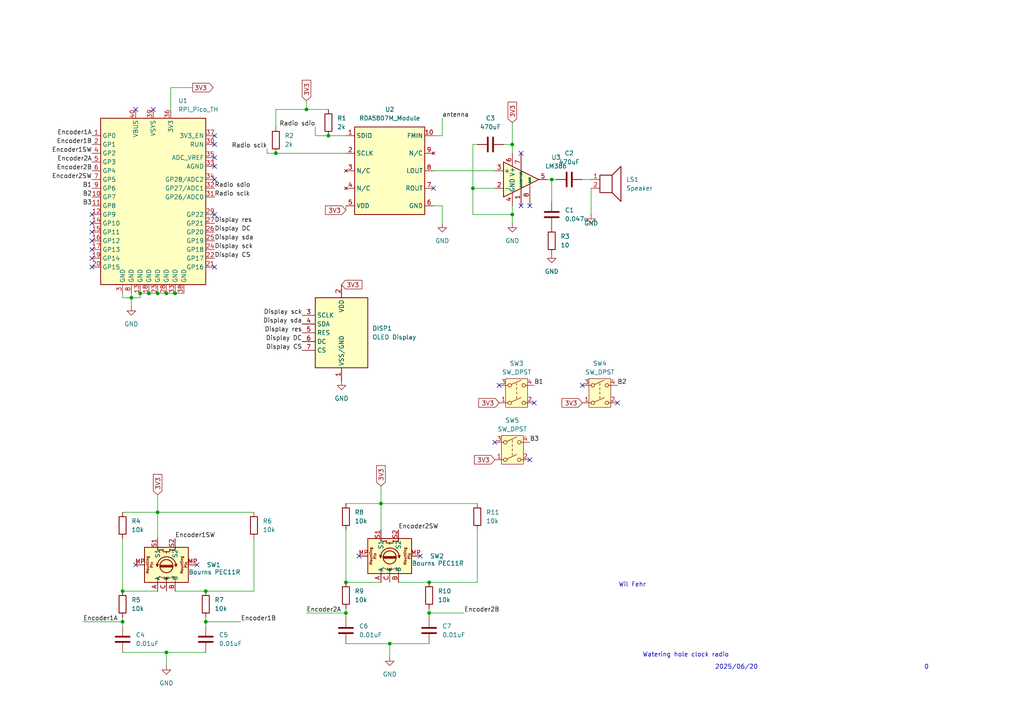
<source format=kicad_sch>
(kicad_sch
	(version 20250114)
	(generator "eeschema")
	(generator_version "9.0")
	(uuid "8b13b629-2587-4760-a406-cfaa0ffcd420")
	(paper "A4")
	(lib_symbols
		(symbol "Amplifier_Audio:LM386"
			(pin_names
				(offset 0.127)
			)
			(exclude_from_sim no)
			(in_bom yes)
			(on_board yes)
			(property "Reference" "U"
				(at 1.27 7.62 0)
				(effects
					(font
						(size 1.27 1.27)
					)
					(justify left)
				)
			)
			(property "Value" "LM386"
				(at 1.27 5.08 0)
				(effects
					(font
						(size 1.27 1.27)
					)
					(justify left)
				)
			)
			(property "Footprint" ""
				(at 2.54 2.54 0)
				(effects
					(font
						(size 1.27 1.27)
					)
					(hide yes)
				)
			)
			(property "Datasheet" "http://www.ti.com/lit/ds/symlink/lm386.pdf"
				(at 5.08 5.08 0)
				(effects
					(font
						(size 1.27 1.27)
					)
					(hide yes)
				)
			)
			(property "Description" "Low Voltage Audio Power Amplifier, DIP-8/SOIC-8/SSOP-8"
				(at 0 0 0)
				(effects
					(font
						(size 1.27 1.27)
					)
					(hide yes)
				)
			)
			(property "ki_keywords" "single Power opamp"
				(at 0 0 0)
				(effects
					(font
						(size 1.27 1.27)
					)
					(hide yes)
				)
			)
			(property "ki_fp_filters" "SOIC*3.9x4.9mm*P1.27mm* DIP*W7.62mm* MSSOP*P0.65mm* TSSOP*3x3mm*P0.5mm*"
				(at 0 0 0)
				(effects
					(font
						(size 1.27 1.27)
					)
					(hide yes)
				)
			)
			(symbol "LM386_0_1"
				(polyline
					(pts
						(xy 5.08 0) (xy -5.08 5.08) (xy -5.08 -5.08) (xy 5.08 0)
					)
					(stroke
						(width 0.254)
						(type default)
					)
					(fill
						(type background)
					)
				)
			)
			(symbol "LM386_1_1"
				(pin input line
					(at -7.62 2.54 0)
					(length 2.54)
					(name "+"
						(effects
							(font
								(size 1.27 1.27)
							)
						)
					)
					(number "3"
						(effects
							(font
								(size 1.27 1.27)
							)
						)
					)
				)
				(pin input line
					(at -7.62 -2.54 0)
					(length 2.54)
					(name "-"
						(effects
							(font
								(size 1.27 1.27)
							)
						)
					)
					(number "2"
						(effects
							(font
								(size 1.27 1.27)
							)
						)
					)
				)
				(pin power_in line
					(at -2.54 7.62 270)
					(length 3.81)
					(name "V+"
						(effects
							(font
								(size 1.27 1.27)
							)
						)
					)
					(number "6"
						(effects
							(font
								(size 1.27 1.27)
							)
						)
					)
				)
				(pin power_in line
					(at -2.54 -7.62 90)
					(length 3.81)
					(name "GND"
						(effects
							(font
								(size 1.27 1.27)
							)
						)
					)
					(number "4"
						(effects
							(font
								(size 1.27 1.27)
							)
						)
					)
				)
				(pin input line
					(at 0 7.62 270)
					(length 5.08)
					(name "BYPASS"
						(effects
							(font
								(size 0.508 0.508)
							)
						)
					)
					(number "7"
						(effects
							(font
								(size 1.27 1.27)
							)
						)
					)
				)
				(pin input line
					(at 0 -7.62 90)
					(length 5.08)
					(name "GAIN"
						(effects
							(font
								(size 0.508 0.508)
							)
						)
					)
					(number "1"
						(effects
							(font
								(size 1.27 1.27)
							)
						)
					)
				)
				(pin input line
					(at 2.54 -7.62 90)
					(length 6.35)
					(name "GAIN"
						(effects
							(font
								(size 0.508 0.508)
							)
						)
					)
					(number "8"
						(effects
							(font
								(size 1.27 1.27)
							)
						)
					)
				)
				(pin output line
					(at 7.62 0 180)
					(length 2.54)
					(name "~"
						(effects
							(font
								(size 1.27 1.27)
							)
						)
					)
					(number "5"
						(effects
							(font
								(size 1.27 1.27)
							)
						)
					)
				)
			)
			(embedded_fonts no)
		)
		(symbol "Bourns PEC11R_1"
			(exclude_from_sim no)
			(in_bom yes)
			(on_board yes)
			(property "Reference" "SW?"
				(at 7.62 7.62 0)
				(effects
					(font
						(size 1.27 1.27)
					)
					(justify left)
				)
			)
			(property "Value" "Bourns PEC11R"
				(at 7.62 5.08 0)
				(effects
					(font
						(size 1.27 1.27)
					)
					(justify left)
				)
			)
			(property "Footprint" "Rotary_Encoder:RotaryEncoder_Alps_EC12E-Switch_Vertical_H20mm"
				(at 39.37 -7.62 0)
				(effects
					(font
						(size 1.27 1.27)
					)
					(hide yes)
				)
			)
			(property "Datasheet" ""
				(at 0 0 90)
				(effects
					(font
						(size 1.27 1.27)
					)
					(hide yes)
				)
			)
			(property "Description" ""
				(at 0 0 0)
				(effects
					(font
						(size 1.27 1.27)
					)
					(hide yes)
				)
			)
			(symbol "Bourns PEC11R_1_0_0"
				(text "Mounting\nPin"
					(at -4.8504 0.0079 900)
					(effects
						(font
							(size 0.762 0.762)
						)
					)
				)
				(text "Mounting\nPin"
					(at 5.08 0 900)
					(effects
						(font
							(size 0.762 0.762)
						)
					)
				)
			)
			(symbol "Bourns PEC11R_1_0_1"
				(rectangle
					(start -6.35 5.08)
					(end 6.35 -5.08)
					(stroke
						(width 0.254)
						(type default)
					)
					(fill
						(type background)
					)
				)
				(polyline
					(pts
						(xy -2.921 0.254) (xy -2.667 -0.508) (xy -2.286 0.127)
					)
					(stroke
						(width 0.254)
						(type default)
					)
					(fill
						(type none)
					)
				)
				(polyline
					(pts
						(xy -2.54 5.08) (xy -2.54 4.318) (xy -1.016 4.318)
					)
					(stroke
						(width 0.254)
						(type default)
					)
					(fill
						(type none)
					)
				)
				(polyline
					(pts
						(xy -2.54 -5.08) (xy -2.54 -3.81) (xy -2.032 -3.81)
					)
					(stroke
						(width 0)
						(type default)
					)
					(fill
						(type none)
					)
				)
				(polyline
					(pts
						(xy -1.778 -0.127) (xy 1.778 -0.127)
					)
					(stroke
						(width 0.254)
						(type default)
					)
					(fill
						(type none)
					)
				)
				(circle
					(center -1.016 4.318)
					(radius 0.127)
					(stroke
						(width 0.254)
						(type default)
					)
					(fill
						(type none)
					)
				)
				(polyline
					(pts
						(xy -1.016 3.81) (xy 1.016 3.81)
					)
					(stroke
						(width 0.254)
						(type default)
					)
					(fill
						(type none)
					)
				)
				(polyline
					(pts
						(xy 0 3.81) (xy 0 3.429)
					)
					(stroke
						(width 0.254)
						(type default)
					)
					(fill
						(type none)
					)
				)
				(circle
					(center 0 -0.381)
					(radius 1.905)
					(stroke
						(width 0.254)
						(type default)
					)
					(fill
						(type none)
					)
				)
				(circle
					(center 0 -3.81)
					(radius 0.254)
					(stroke
						(width 0)
						(type default)
					)
					(fill
						(type outline)
					)
				)
				(polyline
					(pts
						(xy 0 -4.318) (xy 0 -3.81) (xy -1.016 -3.81) (xy -2.032 -3.302)
					)
					(stroke
						(width 0)
						(type default)
					)
					(fill
						(type none)
					)
				)
				(polyline
					(pts
						(xy 0 -5.08) (xy 0 -3.81) (xy 1.016 -3.81) (xy 2.032 -3.302)
					)
					(stroke
						(width 0)
						(type default)
					)
					(fill
						(type none)
					)
				)
				(arc
					(start -2.667 -0.381)
					(mid 0.0635 2.3376)
					(end 2.794 -0.381)
					(stroke
						(width 0.254)
						(type default)
					)
					(fill
						(type none)
					)
				)
				(circle
					(center 1.016 4.318)
					(radius 0.127)
					(stroke
						(width 0.254)
						(type default)
					)
					(fill
						(type none)
					)
				)
				(polyline
					(pts
						(xy 1.778 -0.381) (xy -1.778 -0.381)
					)
					(stroke
						(width 0.254)
						(type default)
					)
					(fill
						(type none)
					)
				)
				(polyline
					(pts
						(xy 1.778 -0.635) (xy -1.778 -0.635)
					)
					(stroke
						(width 0.254)
						(type default)
					)
					(fill
						(type none)
					)
				)
				(polyline
					(pts
						(xy 2.54 5.08) (xy 2.54 4.318) (xy 1.016 4.318)
					)
					(stroke
						(width 0.254)
						(type default)
					)
					(fill
						(type none)
					)
				)
				(polyline
					(pts
						(xy 2.54 -5.08) (xy 2.54 -3.81) (xy 2.032 -3.81)
					)
					(stroke
						(width 0)
						(type default)
					)
					(fill
						(type none)
					)
				)
				(polyline
					(pts
						(xy 3.048 0.254) (xy 2.794 -0.508) (xy 2.413 0.127)
					)
					(stroke
						(width 0.254)
						(type default)
					)
					(fill
						(type none)
					)
				)
			)
			(symbol "Bourns PEC11R_1_1_1"
				(pin passive line
					(at -8.89 0 0)
					(length 2.54)
					(name ""
						(effects
							(font
								(size 1.27 1.27)
							)
						)
					)
					(number "MP"
						(effects
							(font
								(size 1.27 1.27)
							)
						)
					)
				)
				(pin passive line
					(at -2.54 7.62 270)
					(length 2.54)
					(name "S1"
						(effects
							(font
								(size 1.27 1.27)
							)
						)
					)
					(number "S1"
						(effects
							(font
								(size 1.27 1.27)
							)
						)
					)
				)
				(pin passive line
					(at -2.54 -7.62 90)
					(length 2.54)
					(name "A"
						(effects
							(font
								(size 1.27 1.27)
							)
						)
					)
					(number "A"
						(effects
							(font
								(size 1.27 1.27)
							)
						)
					)
				)
				(pin passive line
					(at 0 -7.62 90)
					(length 2.54)
					(name "C"
						(effects
							(font
								(size 1.27 1.27)
							)
						)
					)
					(number "C"
						(effects
							(font
								(size 1.27 1.27)
							)
						)
					)
				)
				(pin passive line
					(at 2.54 7.62 270)
					(length 2.54)
					(name "S2"
						(effects
							(font
								(size 1.27 1.27)
							)
						)
					)
					(number "S2"
						(effects
							(font
								(size 1.27 1.27)
							)
						)
					)
				)
				(pin passive line
					(at 2.54 -7.62 90)
					(length 2.54)
					(name "B"
						(effects
							(font
								(size 1.27 1.27)
							)
						)
					)
					(number "B"
						(effects
							(font
								(size 1.27 1.27)
							)
						)
					)
				)
				(pin passive line
					(at 8.89 0 180)
					(length 2.54)
					(name ""
						(effects
							(font
								(size 1.27 1.27)
							)
						)
					)
					(number "MP"
						(effects
							(font
								(size 1.27 1.27)
							)
						)
					)
				)
			)
			(embedded_fonts no)
		)
		(symbol "Device:C"
			(pin_numbers
				(hide yes)
			)
			(pin_names
				(offset 0.254)
			)
			(exclude_from_sim no)
			(in_bom yes)
			(on_board yes)
			(property "Reference" "C"
				(at 0.635 2.54 0)
				(effects
					(font
						(size 1.27 1.27)
					)
					(justify left)
				)
			)
			(property "Value" "C"
				(at 0.635 -2.54 0)
				(effects
					(font
						(size 1.27 1.27)
					)
					(justify left)
				)
			)
			(property "Footprint" ""
				(at 0.9652 -3.81 0)
				(effects
					(font
						(size 1.27 1.27)
					)
					(hide yes)
				)
			)
			(property "Datasheet" "~"
				(at 0 0 0)
				(effects
					(font
						(size 1.27 1.27)
					)
					(hide yes)
				)
			)
			(property "Description" "Unpolarized capacitor"
				(at 0 0 0)
				(effects
					(font
						(size 1.27 1.27)
					)
					(hide yes)
				)
			)
			(property "ki_keywords" "cap capacitor"
				(at 0 0 0)
				(effects
					(font
						(size 1.27 1.27)
					)
					(hide yes)
				)
			)
			(property "ki_fp_filters" "C_*"
				(at 0 0 0)
				(effects
					(font
						(size 1.27 1.27)
					)
					(hide yes)
				)
			)
			(symbol "C_0_1"
				(polyline
					(pts
						(xy -2.032 0.762) (xy 2.032 0.762)
					)
					(stroke
						(width 0.508)
						(type default)
					)
					(fill
						(type none)
					)
				)
				(polyline
					(pts
						(xy -2.032 -0.762) (xy 2.032 -0.762)
					)
					(stroke
						(width 0.508)
						(type default)
					)
					(fill
						(type none)
					)
				)
			)
			(symbol "C_1_1"
				(pin passive line
					(at 0 3.81 270)
					(length 2.794)
					(name "~"
						(effects
							(font
								(size 1.27 1.27)
							)
						)
					)
					(number "1"
						(effects
							(font
								(size 1.27 1.27)
							)
						)
					)
				)
				(pin passive line
					(at 0 -3.81 90)
					(length 2.794)
					(name "~"
						(effects
							(font
								(size 1.27 1.27)
							)
						)
					)
					(number "2"
						(effects
							(font
								(size 1.27 1.27)
							)
						)
					)
				)
			)
			(embedded_fonts no)
		)
		(symbol "Device:R"
			(pin_numbers
				(hide yes)
			)
			(pin_names
				(offset 0)
			)
			(exclude_from_sim no)
			(in_bom yes)
			(on_board yes)
			(property "Reference" "R"
				(at 2.032 0 90)
				(effects
					(font
						(size 1.27 1.27)
					)
				)
			)
			(property "Value" "R"
				(at 0 0 90)
				(effects
					(font
						(size 1.27 1.27)
					)
				)
			)
			(property "Footprint" ""
				(at -1.778 0 90)
				(effects
					(font
						(size 1.27 1.27)
					)
					(hide yes)
				)
			)
			(property "Datasheet" "~"
				(at 0 0 0)
				(effects
					(font
						(size 1.27 1.27)
					)
					(hide yes)
				)
			)
			(property "Description" "Resistor"
				(at 0 0 0)
				(effects
					(font
						(size 1.27 1.27)
					)
					(hide yes)
				)
			)
			(property "ki_keywords" "R res resistor"
				(at 0 0 0)
				(effects
					(font
						(size 1.27 1.27)
					)
					(hide yes)
				)
			)
			(property "ki_fp_filters" "R_*"
				(at 0 0 0)
				(effects
					(font
						(size 1.27 1.27)
					)
					(hide yes)
				)
			)
			(symbol "R_0_1"
				(rectangle
					(start -1.016 -2.54)
					(end 1.016 2.54)
					(stroke
						(width 0.254)
						(type default)
					)
					(fill
						(type none)
					)
				)
			)
			(symbol "R_1_1"
				(pin passive line
					(at 0 3.81 270)
					(length 1.27)
					(name "~"
						(effects
							(font
								(size 1.27 1.27)
							)
						)
					)
					(number "1"
						(effects
							(font
								(size 1.27 1.27)
							)
						)
					)
				)
				(pin passive line
					(at 0 -3.81 90)
					(length 1.27)
					(name "~"
						(effects
							(font
								(size 1.27 1.27)
							)
						)
					)
					(number "2"
						(effects
							(font
								(size 1.27 1.27)
							)
						)
					)
				)
			)
			(embedded_fonts no)
		)
		(symbol "Device:Speaker"
			(pin_names
				(offset 0)
				(hide yes)
			)
			(exclude_from_sim no)
			(in_bom yes)
			(on_board yes)
			(property "Reference" "LS"
				(at 1.27 5.715 0)
				(effects
					(font
						(size 1.27 1.27)
					)
					(justify right)
				)
			)
			(property "Value" "Speaker"
				(at 1.27 3.81 0)
				(effects
					(font
						(size 1.27 1.27)
					)
					(justify right)
				)
			)
			(property "Footprint" ""
				(at 0 -5.08 0)
				(effects
					(font
						(size 1.27 1.27)
					)
					(hide yes)
				)
			)
			(property "Datasheet" "~"
				(at -0.254 -1.27 0)
				(effects
					(font
						(size 1.27 1.27)
					)
					(hide yes)
				)
			)
			(property "Description" "Speaker"
				(at 0 0 0)
				(effects
					(font
						(size 1.27 1.27)
					)
					(hide yes)
				)
			)
			(property "ki_keywords" "speaker sound"
				(at 0 0 0)
				(effects
					(font
						(size 1.27 1.27)
					)
					(hide yes)
				)
			)
			(symbol "Speaker_0_0"
				(rectangle
					(start -2.54 1.27)
					(end 1.016 -3.81)
					(stroke
						(width 0.254)
						(type default)
					)
					(fill
						(type none)
					)
				)
				(polyline
					(pts
						(xy 1.016 1.27) (xy 3.556 3.81) (xy 3.556 -6.35) (xy 1.016 -3.81)
					)
					(stroke
						(width 0.254)
						(type default)
					)
					(fill
						(type none)
					)
				)
			)
			(symbol "Speaker_1_1"
				(pin input line
					(at -5.08 0 0)
					(length 2.54)
					(name "1"
						(effects
							(font
								(size 1.27 1.27)
							)
						)
					)
					(number "1"
						(effects
							(font
								(size 1.27 1.27)
							)
						)
					)
				)
				(pin input line
					(at -5.08 -2.54 0)
					(length 2.54)
					(name "2"
						(effects
							(font
								(size 1.27 1.27)
							)
						)
					)
					(number "2"
						(effects
							(font
								(size 1.27 1.27)
							)
						)
					)
				)
			)
			(embedded_fonts no)
		)
		(symbol "ECE:Bourns PEC11R"
			(exclude_from_sim no)
			(in_bom yes)
			(on_board yes)
			(property "Reference" "SW?"
				(at 7.62 7.62 0)
				(effects
					(font
						(size 1.27 1.27)
					)
					(justify left)
				)
			)
			(property "Value" "Bourns PEC11R"
				(at 7.62 5.08 0)
				(effects
					(font
						(size 1.27 1.27)
					)
					(justify left)
				)
			)
			(property "Footprint" "Rotary_Encoder:RotaryEncoder_Alps_EC12E-Switch_Vertical_H20mm"
				(at 39.37 -7.62 0)
				(effects
					(font
						(size 1.27 1.27)
					)
					(hide yes)
				)
			)
			(property "Datasheet" ""
				(at 0 0 90)
				(effects
					(font
						(size 1.27 1.27)
					)
					(hide yes)
				)
			)
			(property "Description" ""
				(at 0 0 0)
				(effects
					(font
						(size 1.27 1.27)
					)
					(hide yes)
				)
			)
			(symbol "Bourns PEC11R_0_0"
				(text "Mounting\nPin"
					(at -4.8504 0.0079 900)
					(effects
						(font
							(size 0.762 0.762)
						)
					)
				)
				(text "Mounting\nPin"
					(at 5.08 0 900)
					(effects
						(font
							(size 0.762 0.762)
						)
					)
				)
			)
			(symbol "Bourns PEC11R_0_1"
				(rectangle
					(start -6.35 5.08)
					(end 6.35 -5.08)
					(stroke
						(width 0.254)
						(type default)
					)
					(fill
						(type background)
					)
				)
				(polyline
					(pts
						(xy -2.921 0.254) (xy -2.667 -0.508) (xy -2.286 0.127)
					)
					(stroke
						(width 0.254)
						(type default)
					)
					(fill
						(type none)
					)
				)
				(polyline
					(pts
						(xy -2.54 5.08) (xy -2.54 4.318) (xy -1.016 4.318)
					)
					(stroke
						(width 0.254)
						(type default)
					)
					(fill
						(type none)
					)
				)
				(polyline
					(pts
						(xy -2.54 -5.08) (xy -2.54 -3.81) (xy -2.032 -3.81)
					)
					(stroke
						(width 0)
						(type default)
					)
					(fill
						(type none)
					)
				)
				(polyline
					(pts
						(xy -1.778 -0.127) (xy 1.778 -0.127)
					)
					(stroke
						(width 0.254)
						(type default)
					)
					(fill
						(type none)
					)
				)
				(circle
					(center -1.016 4.318)
					(radius 0.127)
					(stroke
						(width 0.254)
						(type default)
					)
					(fill
						(type none)
					)
				)
				(polyline
					(pts
						(xy -1.016 3.81) (xy 1.016 3.81)
					)
					(stroke
						(width 0.254)
						(type default)
					)
					(fill
						(type none)
					)
				)
				(polyline
					(pts
						(xy 0 3.81) (xy 0 3.429)
					)
					(stroke
						(width 0.254)
						(type default)
					)
					(fill
						(type none)
					)
				)
				(circle
					(center 0 -0.381)
					(radius 1.905)
					(stroke
						(width 0.254)
						(type default)
					)
					(fill
						(type none)
					)
				)
				(circle
					(center 0 -3.81)
					(radius 0.254)
					(stroke
						(width 0)
						(type default)
					)
					(fill
						(type outline)
					)
				)
				(polyline
					(pts
						(xy 0 -4.318) (xy 0 -3.81) (xy -1.016 -3.81) (xy -2.032 -3.302)
					)
					(stroke
						(width 0)
						(type default)
					)
					(fill
						(type none)
					)
				)
				(polyline
					(pts
						(xy 0 -5.08) (xy 0 -3.81) (xy 1.016 -3.81) (xy 2.032 -3.302)
					)
					(stroke
						(width 0)
						(type default)
					)
					(fill
						(type none)
					)
				)
				(arc
					(start -2.667 -0.381)
					(mid 0.0635 2.3376)
					(end 2.794 -0.381)
					(stroke
						(width 0.254)
						(type default)
					)
					(fill
						(type none)
					)
				)
				(circle
					(center 1.016 4.318)
					(radius 0.127)
					(stroke
						(width 0.254)
						(type default)
					)
					(fill
						(type none)
					)
				)
				(polyline
					(pts
						(xy 1.778 -0.381) (xy -1.778 -0.381)
					)
					(stroke
						(width 0.254)
						(type default)
					)
					(fill
						(type none)
					)
				)
				(polyline
					(pts
						(xy 1.778 -0.635) (xy -1.778 -0.635)
					)
					(stroke
						(width 0.254)
						(type default)
					)
					(fill
						(type none)
					)
				)
				(polyline
					(pts
						(xy 2.54 5.08) (xy 2.54 4.318) (xy 1.016 4.318)
					)
					(stroke
						(width 0.254)
						(type default)
					)
					(fill
						(type none)
					)
				)
				(polyline
					(pts
						(xy 2.54 -5.08) (xy 2.54 -3.81) (xy 2.032 -3.81)
					)
					(stroke
						(width 0)
						(type default)
					)
					(fill
						(type none)
					)
				)
				(polyline
					(pts
						(xy 3.048 0.254) (xy 2.794 -0.508) (xy 2.413 0.127)
					)
					(stroke
						(width 0.254)
						(type default)
					)
					(fill
						(type none)
					)
				)
			)
			(symbol "Bourns PEC11R_1_1"
				(pin passive line
					(at -8.89 0 0)
					(length 2.54)
					(name ""
						(effects
							(font
								(size 1.27 1.27)
							)
						)
					)
					(number "MP"
						(effects
							(font
								(size 1.27 1.27)
							)
						)
					)
				)
				(pin passive line
					(at -2.54 7.62 270)
					(length 2.54)
					(name "S1"
						(effects
							(font
								(size 1.27 1.27)
							)
						)
					)
					(number "S1"
						(effects
							(font
								(size 1.27 1.27)
							)
						)
					)
				)
				(pin passive line
					(at -2.54 -7.62 90)
					(length 2.54)
					(name "A"
						(effects
							(font
								(size 1.27 1.27)
							)
						)
					)
					(number "A"
						(effects
							(font
								(size 1.27 1.27)
							)
						)
					)
				)
				(pin passive line
					(at 0 -7.62 90)
					(length 2.54)
					(name "C"
						(effects
							(font
								(size 1.27 1.27)
							)
						)
					)
					(number "C"
						(effects
							(font
								(size 1.27 1.27)
							)
						)
					)
				)
				(pin passive line
					(at 2.54 7.62 270)
					(length 2.54)
					(name "S2"
						(effects
							(font
								(size 1.27 1.27)
							)
						)
					)
					(number "S2"
						(effects
							(font
								(size 1.27 1.27)
							)
						)
					)
				)
				(pin passive line
					(at 2.54 -7.62 90)
					(length 2.54)
					(name "B"
						(effects
							(font
								(size 1.27 1.27)
							)
						)
					)
					(number "B"
						(effects
							(font
								(size 1.27 1.27)
							)
						)
					)
				)
				(pin passive line
					(at 8.89 0 180)
					(length 2.54)
					(name ""
						(effects
							(font
								(size 1.27 1.27)
							)
						)
					)
					(number "MP"
						(effects
							(font
								(size 1.27 1.27)
							)
						)
					)
				)
			)
			(embedded_fonts no)
		)
		(symbol "ECE:OLED Display"
			(exclude_from_sim no)
			(in_bom yes)
			(on_board yes)
			(property "Reference" "DISP?"
				(at 8.89 -1.27 0)
				(effects
					(font
						(size 1.27 1.27)
					)
					(justify left)
				)
			)
			(property "Value" "OLED Display"
				(at 8.89 1.27 0)
				(effects
					(font
						(size 1.27 1.27)
					)
					(justify left)
				)
			)
			(property "Footprint" ""
				(at 0 0 0)
				(effects
					(font
						(size 1.27 1.27)
					)
					(hide yes)
				)
			)
			(property "Datasheet" ""
				(at 0 0 0)
				(effects
					(font
						(size 1.27 1.27)
					)
					(hide yes)
				)
			)
			(property "Description" ""
				(at 0 0 0)
				(effects
					(font
						(size 1.27 1.27)
					)
					(hide yes)
				)
			)
			(symbol "OLED Display_1_1"
				(rectangle
					(start -7.62 10.16)
					(end 7.62 -10.16)
					(stroke
						(width 0.254)
						(type default)
					)
					(fill
						(type background)
					)
				)
				(pin input line
					(at -11.43 5.08 0)
					(length 3.81)
					(name "SCLK"
						(effects
							(font
								(size 1.27 1.27)
							)
						)
					)
					(number "3"
						(effects
							(font
								(size 1.27 1.27)
							)
						)
					)
				)
				(pin output line
					(at -11.43 2.54 0)
					(length 3.81)
					(name "SDA"
						(effects
							(font
								(size 1.27 1.27)
							)
						)
					)
					(number "4"
						(effects
							(font
								(size 1.27 1.27)
							)
						)
					)
				)
				(pin input line
					(at -11.43 0 0)
					(length 3.81)
					(name "RES"
						(effects
							(font
								(size 1.27 1.27)
							)
						)
					)
					(number "5"
						(effects
							(font
								(size 1.27 1.27)
							)
						)
					)
				)
				(pin input line
					(at -11.43 -2.54 0)
					(length 3.81)
					(name "DC"
						(effects
							(font
								(size 1.27 1.27)
							)
						)
					)
					(number "6"
						(effects
							(font
								(size 1.27 1.27)
							)
						)
					)
				)
				(pin input line
					(at -11.43 -5.08 0)
					(length 3.81)
					(name "CS"
						(effects
							(font
								(size 1.27 1.27)
							)
						)
					)
					(number "7"
						(effects
							(font
								(size 1.27 1.27)
							)
						)
					)
				)
				(pin power_in line
					(at 0 13.97 270)
					(length 3.81)
					(name "VDD"
						(effects
							(font
								(size 1.27 1.27)
							)
						)
					)
					(number "2"
						(effects
							(font
								(size 1.27 1.27)
							)
						)
					)
				)
				(pin power_in line
					(at 0 -13.97 90)
					(length 3.81)
					(name "VSS/GND"
						(effects
							(font
								(size 1.27 1.27)
							)
						)
					)
					(number "1"
						(effects
							(font
								(size 1.27 1.27)
							)
						)
					)
				)
			)
			(embedded_fonts no)
		)
		(symbol "ECE:RDA5807M_Module"
			(exclude_from_sim no)
			(in_bom yes)
			(on_board yes)
			(property "Reference" "U"
				(at -8.89 16.51 0)
				(effects
					(font
						(size 1.27 1.27)
					)
					(justify left)
				)
			)
			(property "Value" "RDA5807M_Module"
				(at -8.89 13.97 0)
				(effects
					(font
						(size 1.27 1.27)
					)
					(justify left)
				)
			)
			(property "Footprint" "ECE:RDA5807M_Module_TH"
				(at 0 1.27 0)
				(effects
					(font
						(size 1.27 1.27)
					)
					(hide yes)
				)
			)
			(property "Datasheet" ""
				(at 0 1.27 0)
				(effects
					(font
						(size 1.27 1.27)
					)
					(hide yes)
				)
			)
			(property "Description" ""
				(at 0 0 0)
				(effects
					(font
						(size 1.27 1.27)
					)
					(hide yes)
				)
			)
			(property "ki_fp_filters" "RDA5807M_Module_SM RDA5807M_Module_TH"
				(at 0 0 0)
				(effects
					(font
						(size 1.27 1.27)
					)
					(hide yes)
				)
			)
			(symbol "RDA5807M_Module_0_1"
				(rectangle
					(start -10.16 12.7)
					(end 10.16 -12.7)
					(stroke
						(width 0.254)
						(type default)
					)
					(fill
						(type background)
					)
				)
			)
			(symbol "RDA5807M_Module_1_1"
				(pin bidirectional line
					(at -12.7 10.16 0)
					(length 2.54)
					(name "SDIO"
						(effects
							(font
								(size 1.27 1.27)
							)
						)
					)
					(number "1"
						(effects
							(font
								(size 1.27 1.27)
							)
						)
					)
				)
				(pin input line
					(at -12.7 5.08 0)
					(length 2.54)
					(name "SCLK"
						(effects
							(font
								(size 1.27 1.27)
							)
						)
					)
					(number "2"
						(effects
							(font
								(size 1.27 1.27)
							)
						)
					)
				)
				(pin no_connect line
					(at -12.7 0 0)
					(length 2.54)
					(name "N/C"
						(effects
							(font
								(size 1.27 1.27)
							)
						)
					)
					(number "3"
						(effects
							(font
								(size 1.27 1.27)
							)
						)
					)
				)
				(pin no_connect line
					(at -12.7 -5.08 0)
					(length 2.54)
					(name "N/C"
						(effects
							(font
								(size 1.27 1.27)
							)
						)
					)
					(number "4"
						(effects
							(font
								(size 1.27 1.27)
							)
						)
					)
				)
				(pin power_in line
					(at -12.7 -10.16 0)
					(length 2.54)
					(name "VDD"
						(effects
							(font
								(size 1.27 1.27)
							)
						)
					)
					(number "5"
						(effects
							(font
								(size 1.27 1.27)
							)
						)
					)
				)
				(pin input line
					(at 12.7 10.16 180)
					(length 2.54)
					(name "FMIN"
						(effects
							(font
								(size 1.27 1.27)
							)
						)
					)
					(number "10"
						(effects
							(font
								(size 1.27 1.27)
							)
						)
					)
				)
				(pin no_connect line
					(at 12.7 5.08 180)
					(length 2.54)
					(name "N/C"
						(effects
							(font
								(size 1.27 1.27)
							)
						)
					)
					(number "9"
						(effects
							(font
								(size 1.27 1.27)
							)
						)
					)
				)
				(pin output line
					(at 12.7 0 180)
					(length 2.54)
					(name "LOUT"
						(effects
							(font
								(size 1.27 1.27)
							)
						)
					)
					(number "8"
						(effects
							(font
								(size 1.27 1.27)
							)
						)
					)
				)
				(pin output line
					(at 12.7 -5.08 180)
					(length 2.54)
					(name "ROUT"
						(effects
							(font
								(size 1.27 1.27)
							)
						)
					)
					(number "7"
						(effects
							(font
								(size 1.27 1.27)
							)
						)
					)
				)
				(pin power_in line
					(at 12.7 -10.16 180)
					(length 2.54)
					(name "GND"
						(effects
							(font
								(size 1.27 1.27)
							)
						)
					)
					(number "6"
						(effects
							(font
								(size 1.27 1.27)
							)
						)
					)
				)
			)
			(embedded_fonts no)
		)
		(symbol "ECE:RPi_Pico_TH"
			(exclude_from_sim no)
			(in_bom yes)
			(on_board yes)
			(property "Reference" "U?"
				(at 0 1.27 0)
				(effects
					(font
						(size 1.27 1.27)
					)
				)
			)
			(property "Value" "RPi_Pico_TH"
				(at 0 -1.27 0)
				(effects
					(font
						(size 1.27 1.27)
					)
				)
			)
			(property "Footprint" "ECE:RPi_Pico_TH"
				(at 0 -3.81 0)
				(effects
					(font
						(size 1.27 1.27)
					)
					(hide yes)
				)
			)
			(property "Datasheet" ""
				(at 0 -2.54 0)
				(effects
					(font
						(size 1.27 1.27)
					)
					(hide yes)
				)
			)
			(property "Description" "Raspberry Pi Pico"
				(at 0 0 0)
				(effects
					(font
						(size 1.27 1.27)
					)
					(hide yes)
				)
			)
			(property "ki_keywords" "Raspberry Pi Pico"
				(at 0 0 0)
				(effects
					(font
						(size 1.27 1.27)
					)
					(hide yes)
				)
			)
			(symbol "RPi_Pico_TH_0_1"
				(rectangle
					(start -15.24 24.13)
					(end 15.24 -24.13)
					(stroke
						(width 0.254)
						(type default)
					)
					(fill
						(type background)
					)
				)
			)
			(symbol "RPi_Pico_TH_1_1"
				(pin bidirectional line
					(at -17.78 19.05 0)
					(length 2.54)
					(name "GP0"
						(effects
							(font
								(size 1.27 1.27)
							)
						)
					)
					(number "1"
						(effects
							(font
								(size 1.27 1.27)
							)
						)
					)
				)
				(pin bidirectional line
					(at -17.78 16.51 0)
					(length 2.54)
					(name "GP1"
						(effects
							(font
								(size 1.27 1.27)
							)
						)
					)
					(number "2"
						(effects
							(font
								(size 1.27 1.27)
							)
						)
					)
				)
				(pin bidirectional line
					(at -17.78 13.97 0)
					(length 2.54)
					(name "GP2"
						(effects
							(font
								(size 1.27 1.27)
							)
						)
					)
					(number "4"
						(effects
							(font
								(size 1.27 1.27)
							)
						)
					)
				)
				(pin bidirectional line
					(at -17.78 11.43 0)
					(length 2.54)
					(name "GP3"
						(effects
							(font
								(size 1.27 1.27)
							)
						)
					)
					(number "5"
						(effects
							(font
								(size 1.27 1.27)
							)
						)
					)
				)
				(pin bidirectional line
					(at -17.78 8.89 0)
					(length 2.54)
					(name "GP4"
						(effects
							(font
								(size 1.27 1.27)
							)
						)
					)
					(number "6"
						(effects
							(font
								(size 1.27 1.27)
							)
						)
					)
				)
				(pin bidirectional line
					(at -17.78 6.35 0)
					(length 2.54)
					(name "GP5"
						(effects
							(font
								(size 1.27 1.27)
							)
						)
					)
					(number "7"
						(effects
							(font
								(size 1.27 1.27)
							)
						)
					)
				)
				(pin bidirectional line
					(at -17.78 3.81 0)
					(length 2.54)
					(name "GP6"
						(effects
							(font
								(size 1.27 1.27)
							)
						)
					)
					(number "9"
						(effects
							(font
								(size 1.27 1.27)
							)
						)
					)
				)
				(pin bidirectional line
					(at -17.78 1.27 0)
					(length 2.54)
					(name "GP7"
						(effects
							(font
								(size 1.27 1.27)
							)
						)
					)
					(number "10"
						(effects
							(font
								(size 1.27 1.27)
							)
						)
					)
				)
				(pin bidirectional line
					(at -17.78 -1.27 0)
					(length 2.54)
					(name "GP8"
						(effects
							(font
								(size 1.27 1.27)
							)
						)
					)
					(number "11"
						(effects
							(font
								(size 1.27 1.27)
							)
						)
					)
				)
				(pin bidirectional line
					(at -17.78 -3.81 0)
					(length 2.54)
					(name "GP9"
						(effects
							(font
								(size 1.27 1.27)
							)
						)
					)
					(number "12"
						(effects
							(font
								(size 1.27 1.27)
							)
						)
					)
				)
				(pin bidirectional line
					(at -17.78 -6.35 0)
					(length 2.54)
					(name "GP10"
						(effects
							(font
								(size 1.27 1.27)
							)
						)
					)
					(number "14"
						(effects
							(font
								(size 1.27 1.27)
							)
						)
					)
				)
				(pin bidirectional line
					(at -17.78 -8.89 0)
					(length 2.54)
					(name "GP11"
						(effects
							(font
								(size 1.27 1.27)
							)
						)
					)
					(number "15"
						(effects
							(font
								(size 1.27 1.27)
							)
						)
					)
				)
				(pin bidirectional line
					(at -17.78 -11.43 0)
					(length 2.54)
					(name "GP12"
						(effects
							(font
								(size 1.27 1.27)
							)
						)
					)
					(number "16"
						(effects
							(font
								(size 1.27 1.27)
							)
						)
					)
				)
				(pin bidirectional line
					(at -17.78 -13.97 0)
					(length 2.54)
					(name "GP13"
						(effects
							(font
								(size 1.27 1.27)
							)
						)
					)
					(number "17"
						(effects
							(font
								(size 1.27 1.27)
							)
						)
					)
				)
				(pin bidirectional line
					(at -17.78 -16.51 0)
					(length 2.54)
					(name "GP14"
						(effects
							(font
								(size 1.27 1.27)
							)
						)
					)
					(number "19"
						(effects
							(font
								(size 1.27 1.27)
							)
						)
					)
				)
				(pin bidirectional line
					(at -17.78 -19.05 0)
					(length 2.54)
					(name "GP15"
						(effects
							(font
								(size 1.27 1.27)
							)
						)
					)
					(number "20"
						(effects
							(font
								(size 1.27 1.27)
							)
						)
					)
				)
				(pin power_in line
					(at -8.89 -26.67 90)
					(length 2.54)
					(name "GND"
						(effects
							(font
								(size 1.27 1.27)
							)
						)
					)
					(number "3"
						(effects
							(font
								(size 1.27 1.27)
							)
						)
					)
				)
				(pin power_in line
					(at -6.35 -26.67 90)
					(length 2.54)
					(name "GND"
						(effects
							(font
								(size 1.27 1.27)
							)
						)
					)
					(number "8"
						(effects
							(font
								(size 1.27 1.27)
							)
						)
					)
				)
				(pin power_in line
					(at -5.08 26.67 270)
					(length 2.54)
					(name "VBUS"
						(effects
							(font
								(size 1.27 1.27)
							)
						)
					)
					(number "40"
						(effects
							(font
								(size 1.27 1.27)
							)
						)
					)
				)
				(pin power_in line
					(at -3.81 -26.67 90)
					(length 2.54)
					(name "GND"
						(effects
							(font
								(size 1.27 1.27)
							)
						)
					)
					(number "13"
						(effects
							(font
								(size 1.27 1.27)
							)
						)
					)
				)
				(pin power_in line
					(at -1.27 -26.67 90)
					(length 2.54)
					(name "GND"
						(effects
							(font
								(size 1.27 1.27)
							)
						)
					)
					(number "18"
						(effects
							(font
								(size 1.27 1.27)
							)
						)
					)
				)
				(pin power_out line
					(at 0 26.67 270)
					(length 2.54)
					(name "VSYS"
						(effects
							(font
								(size 1.27 1.27)
							)
						)
					)
					(number "39"
						(effects
							(font
								(size 1.27 1.27)
							)
						)
					)
				)
				(pin power_in line
					(at 1.27 -26.67 90)
					(length 2.54)
					(name "GND"
						(effects
							(font
								(size 1.27 1.27)
							)
						)
					)
					(number "23"
						(effects
							(font
								(size 1.27 1.27)
							)
						)
					)
				)
				(pin power_in line
					(at 3.81 -26.67 90)
					(length 2.54)
					(name "GND"
						(effects
							(font
								(size 1.27 1.27)
							)
						)
					)
					(number "28"
						(effects
							(font
								(size 1.27 1.27)
							)
						)
					)
				)
				(pin power_out line
					(at 5.08 26.67 270)
					(length 2.54)
					(name "3V3"
						(effects
							(font
								(size 1.27 1.27)
							)
						)
					)
					(number "36"
						(effects
							(font
								(size 1.27 1.27)
							)
						)
					)
				)
				(pin power_in line
					(at 6.35 -26.67 90)
					(length 2.54)
					(name "GND"
						(effects
							(font
								(size 1.27 1.27)
							)
						)
					)
					(number "33"
						(effects
							(font
								(size 1.27 1.27)
							)
						)
					)
				)
				(pin power_in line
					(at 8.89 -26.67 90)
					(length 2.54)
					(name "GND"
						(effects
							(font
								(size 1.27 1.27)
							)
						)
					)
					(number "38"
						(effects
							(font
								(size 1.27 1.27)
							)
						)
					)
				)
				(pin input line
					(at 17.78 19.05 180)
					(length 2.54)
					(name "3V3_EN"
						(effects
							(font
								(size 1.27 1.27)
							)
						)
					)
					(number "37"
						(effects
							(font
								(size 1.27 1.27)
							)
						)
					)
				)
				(pin input line
					(at 17.78 16.51 180)
					(length 2.54)
					(name "RUN"
						(effects
							(font
								(size 1.27 1.27)
							)
						)
					)
					(number "30"
						(effects
							(font
								(size 1.27 1.27)
							)
						)
					)
				)
				(pin power_in line
					(at 17.78 12.7 180)
					(length 2.54)
					(name "ADC_VREF"
						(effects
							(font
								(size 1.27 1.27)
							)
						)
					)
					(number "35"
						(effects
							(font
								(size 1.27 1.27)
							)
						)
					)
				)
				(pin power_in line
					(at 17.78 10.16 180)
					(length 2.54)
					(name "AGND"
						(effects
							(font
								(size 1.27 1.27)
							)
						)
					)
					(number "33"
						(effects
							(font
								(size 1.27 1.27)
							)
						)
					)
				)
				(pin bidirectional line
					(at 17.78 6.35 180)
					(length 2.54)
					(name "GP28/ADC2"
						(effects
							(font
								(size 1.27 1.27)
							)
						)
					)
					(number "34"
						(effects
							(font
								(size 1.27 1.27)
							)
						)
					)
				)
				(pin bidirectional line
					(at 17.78 3.81 180)
					(length 2.54)
					(name "GP27/ADC1"
						(effects
							(font
								(size 1.27 1.27)
							)
						)
					)
					(number "32"
						(effects
							(font
								(size 1.27 1.27)
							)
						)
					)
				)
				(pin bidirectional line
					(at 17.78 1.27 180)
					(length 2.54)
					(name "GP26/ADC0"
						(effects
							(font
								(size 1.27 1.27)
							)
						)
					)
					(number "31"
						(effects
							(font
								(size 1.27 1.27)
							)
						)
					)
				)
				(pin bidirectional line
					(at 17.78 -3.81 180)
					(length 2.54)
					(name "GP22"
						(effects
							(font
								(size 1.27 1.27)
							)
						)
					)
					(number "29"
						(effects
							(font
								(size 1.27 1.27)
							)
						)
					)
				)
				(pin bidirectional line
					(at 17.78 -6.35 180)
					(length 2.54)
					(name "GP21"
						(effects
							(font
								(size 1.27 1.27)
							)
						)
					)
					(number "27"
						(effects
							(font
								(size 1.27 1.27)
							)
						)
					)
				)
				(pin bidirectional line
					(at 17.78 -8.89 180)
					(length 2.54)
					(name "GP20"
						(effects
							(font
								(size 1.27 1.27)
							)
						)
					)
					(number "26"
						(effects
							(font
								(size 1.27 1.27)
							)
						)
					)
				)
				(pin bidirectional line
					(at 17.78 -11.43 180)
					(length 2.54)
					(name "GP19"
						(effects
							(font
								(size 1.27 1.27)
							)
						)
					)
					(number "25"
						(effects
							(font
								(size 1.27 1.27)
							)
						)
					)
				)
				(pin bidirectional line
					(at 17.78 -13.97 180)
					(length 2.54)
					(name "GP18"
						(effects
							(font
								(size 1.27 1.27)
							)
						)
					)
					(number "24"
						(effects
							(font
								(size 1.27 1.27)
							)
						)
					)
				)
				(pin bidirectional line
					(at 17.78 -16.51 180)
					(length 2.54)
					(name "GP17"
						(effects
							(font
								(size 1.27 1.27)
							)
						)
					)
					(number "22"
						(effects
							(font
								(size 1.27 1.27)
							)
						)
					)
				)
				(pin bidirectional line
					(at 17.78 -19.05 180)
					(length 2.54)
					(name "GP16"
						(effects
							(font
								(size 1.27 1.27)
							)
						)
					)
					(number "21"
						(effects
							(font
								(size 1.27 1.27)
							)
						)
					)
				)
			)
			(embedded_fonts no)
		)
		(symbol "Switch:SW_DPST"
			(pin_names
				(offset 0)
				(hide yes)
			)
			(exclude_from_sim no)
			(in_bom yes)
			(on_board yes)
			(property "Reference" "SW"
				(at 0 6.35 0)
				(effects
					(font
						(size 1.27 1.27)
					)
				)
			)
			(property "Value" "SW_DPST"
				(at 0 -5.08 0)
				(effects
					(font
						(size 1.27 1.27)
					)
				)
			)
			(property "Footprint" ""
				(at 0 0 0)
				(effects
					(font
						(size 1.27 1.27)
					)
					(hide yes)
				)
			)
			(property "Datasheet" "~"
				(at 0 0 0)
				(effects
					(font
						(size 1.27 1.27)
					)
					(hide yes)
				)
			)
			(property "Description" "Double Pole Single Throw (DPST) Switch"
				(at 0 0 0)
				(effects
					(font
						(size 1.27 1.27)
					)
					(hide yes)
				)
			)
			(property "ki_keywords" "switch dual double-pole single-throw OFF-ON"
				(at 0 0 0)
				(effects
					(font
						(size 1.27 1.27)
					)
					(hide yes)
				)
			)
			(symbol "SW_DPST_0_0"
				(circle
					(center -2.032 2.54)
					(radius 0.508)
					(stroke
						(width 0)
						(type default)
					)
					(fill
						(type none)
					)
				)
				(circle
					(center -2.032 -2.54)
					(radius 0.508)
					(stroke
						(width 0)
						(type default)
					)
					(fill
						(type none)
					)
				)
				(polyline
					(pts
						(xy -1.524 2.794) (xy 1.27 4.064)
					)
					(stroke
						(width 0)
						(type default)
					)
					(fill
						(type none)
					)
				)
				(polyline
					(pts
						(xy -1.524 -2.286) (xy 1.27 -1.016)
					)
					(stroke
						(width 0)
						(type default)
					)
					(fill
						(type none)
					)
				)
				(polyline
					(pts
						(xy 0 2.54) (xy 0 3.175)
					)
					(stroke
						(width 0)
						(type default)
					)
					(fill
						(type none)
					)
				)
				(polyline
					(pts
						(xy 0 1.27) (xy 0 1.905)
					)
					(stroke
						(width 0)
						(type default)
					)
					(fill
						(type none)
					)
				)
				(polyline
					(pts
						(xy 0 0) (xy 0 0.635)
					)
					(stroke
						(width 0)
						(type default)
					)
					(fill
						(type none)
					)
				)
				(polyline
					(pts
						(xy 0 -1.27) (xy 0 -0.635)
					)
					(stroke
						(width 0)
						(type default)
					)
					(fill
						(type none)
					)
				)
				(circle
					(center 2.032 2.54)
					(radius 0.508)
					(stroke
						(width 0)
						(type default)
					)
					(fill
						(type none)
					)
				)
				(circle
					(center 2.032 -2.54)
					(radius 0.508)
					(stroke
						(width 0)
						(type default)
					)
					(fill
						(type none)
					)
				)
			)
			(symbol "SW_DPST_1_1"
				(rectangle
					(start -3.175 4.445)
					(end 3.175 -3.81)
					(stroke
						(width 0)
						(type default)
					)
					(fill
						(type background)
					)
				)
				(pin passive line
					(at -5.08 2.54 0)
					(length 2.54)
					(name "3"
						(effects
							(font
								(size 1.27 1.27)
							)
						)
					)
					(number "3"
						(effects
							(font
								(size 1.27 1.27)
							)
						)
					)
				)
				(pin passive line
					(at -5.08 -2.54 0)
					(length 2.54)
					(name "1"
						(effects
							(font
								(size 1.27 1.27)
							)
						)
					)
					(number "1"
						(effects
							(font
								(size 1.27 1.27)
							)
						)
					)
				)
				(pin passive line
					(at 5.08 2.54 180)
					(length 2.54)
					(name "4"
						(effects
							(font
								(size 1.27 1.27)
							)
						)
					)
					(number "4"
						(effects
							(font
								(size 1.27 1.27)
							)
						)
					)
				)
				(pin passive line
					(at 5.08 -2.54 180)
					(length 2.54)
					(name "2"
						(effects
							(font
								(size 1.27 1.27)
							)
						)
					)
					(number "2"
						(effects
							(font
								(size 1.27 1.27)
							)
						)
					)
				)
			)
			(embedded_fonts no)
		)
		(symbol "power:GND"
			(power)
			(pin_numbers
				(hide yes)
			)
			(pin_names
				(offset 0)
				(hide yes)
			)
			(exclude_from_sim no)
			(in_bom yes)
			(on_board yes)
			(property "Reference" "#PWR"
				(at 0 -6.35 0)
				(effects
					(font
						(size 1.27 1.27)
					)
					(hide yes)
				)
			)
			(property "Value" "GND"
				(at 0 -3.81 0)
				(effects
					(font
						(size 1.27 1.27)
					)
				)
			)
			(property "Footprint" ""
				(at 0 0 0)
				(effects
					(font
						(size 1.27 1.27)
					)
					(hide yes)
				)
			)
			(property "Datasheet" ""
				(at 0 0 0)
				(effects
					(font
						(size 1.27 1.27)
					)
					(hide yes)
				)
			)
			(property "Description" "Power symbol creates a global label with name \"GND\" , ground"
				(at 0 0 0)
				(effects
					(font
						(size 1.27 1.27)
					)
					(hide yes)
				)
			)
			(property "ki_keywords" "global power"
				(at 0 0 0)
				(effects
					(font
						(size 1.27 1.27)
					)
					(hide yes)
				)
			)
			(symbol "GND_0_1"
				(polyline
					(pts
						(xy 0 0) (xy 0 -1.27) (xy 1.27 -1.27) (xy 0 -2.54) (xy -1.27 -1.27) (xy 0 -1.27)
					)
					(stroke
						(width 0)
						(type default)
					)
					(fill
						(type none)
					)
				)
			)
			(symbol "GND_1_1"
				(pin power_in line
					(at 0 0 270)
					(length 0)
					(name "~"
						(effects
							(font
								(size 1.27 1.27)
							)
						)
					)
					(number "1"
						(effects
							(font
								(size 1.27 1.27)
							)
						)
					)
				)
			)
			(embedded_fonts no)
		)
	)
	(text "Wil Fehr"
		(exclude_from_sim no)
		(at 183.388 169.672 0)
		(effects
			(font
				(size 1.27 1.27)
			)
		)
		(uuid "58dedb05-e924-4f83-a263-1a974dd40254")
	)
	(text "0"
		(exclude_from_sim no)
		(at 268.732 193.548 0)
		(effects
			(font
				(size 1.27 1.27)
			)
		)
		(uuid "c9e6b157-595d-4d64-9efb-5c5922cee1df")
	)
	(text "2025/06/20"
		(exclude_from_sim no)
		(at 213.614 193.548 0)
		(effects
			(font
				(size 1.27 1.27)
			)
		)
		(uuid "e566b828-4025-4e87-87e5-2e3106a198b7")
	)
	(text "Watering hole clock radio"
		(exclude_from_sim no)
		(at 198.882 189.992 0)
		(effects
			(font
				(size 1.27 1.27)
			)
		)
		(uuid "ed8de070-d488-4413-82d7-2405221ffa93")
	)
	(junction
		(at 124.46 177.8)
		(diameter 0)
		(color 0 0 0 0)
		(uuid "0df02b15-f6b2-4930-be24-009c737f5589")
	)
	(junction
		(at 59.69 171.45)
		(diameter 0)
		(color 0 0 0 0)
		(uuid "16f27de1-f1e0-4879-abba-cff7cc217818")
	)
	(junction
		(at 50.8 85.09)
		(diameter 0)
		(color 0 0 0 0)
		(uuid "1718c0af-9111-4060-b324-01c52a4262bf")
	)
	(junction
		(at 113.03 186.69)
		(diameter 0)
		(color 0 0 0 0)
		(uuid "180019d7-ae30-4e8a-8702-98803880f8e9")
	)
	(junction
		(at 80.01 44.45)
		(diameter 0)
		(color 0 0 0 0)
		(uuid "249acf1d-7777-483a-b6d4-58bfa5365aab")
	)
	(junction
		(at 45.72 85.09)
		(diameter 0)
		(color 0 0 0 0)
		(uuid "2c091059-4e83-4c75-a40c-c447164666dc")
	)
	(junction
		(at 35.56 180.34)
		(diameter 0)
		(color 0 0 0 0)
		(uuid "34a23a71-31cb-4ee5-9c36-1ab1eaa728e4")
	)
	(junction
		(at 160.02 52.07)
		(diameter 0)
		(color 0 0 0 0)
		(uuid "7016c5f3-5bd2-430a-9986-bd6cacbd7e5f")
	)
	(junction
		(at 148.59 41.91)
		(diameter 0)
		(color 0 0 0 0)
		(uuid "7174a5af-6321-4836-9147-ecc93824a9c0")
	)
	(junction
		(at 148.59 62.23)
		(diameter 0)
		(color 0 0 0 0)
		(uuid "772c61b5-9883-45bb-b988-6866f03cd55e")
	)
	(junction
		(at 100.33 168.91)
		(diameter 0)
		(color 0 0 0 0)
		(uuid "849cb35f-5086-49b3-bd73-a0615c4c7e30")
	)
	(junction
		(at 35.56 171.45)
		(diameter 0)
		(color 0 0 0 0)
		(uuid "99cdeb74-2568-45e0-a809-ff5e44055cc4")
	)
	(junction
		(at 45.72 148.59)
		(diameter 0)
		(color 0 0 0 0)
		(uuid "9b89b07b-8971-44a2-a4d0-8744cb7ae22a")
	)
	(junction
		(at 137.16 54.61)
		(diameter 0)
		(color 0 0 0 0)
		(uuid "aa950c8c-2e87-49d2-9649-5959bd16e407")
	)
	(junction
		(at 48.26 189.23)
		(diameter 0)
		(color 0 0 0 0)
		(uuid "ac31cb25-e5b5-49f9-9977-edd9ff6e97d7")
	)
	(junction
		(at 59.69 180.34)
		(diameter 0)
		(color 0 0 0 0)
		(uuid "b05e2519-a281-4e75-8da4-eedaf972f3f1")
	)
	(junction
		(at 95.25 39.37)
		(diameter 0)
		(color 0 0 0 0)
		(uuid "b19ae445-2389-4b0b-84e6-4180ae81d039")
	)
	(junction
		(at 110.49 146.05)
		(diameter 0)
		(color 0 0 0 0)
		(uuid "bbfd52e7-c397-4e1a-b3f4-978060b4e14a")
	)
	(junction
		(at 100.33 177.8)
		(diameter 0)
		(color 0 0 0 0)
		(uuid "bd09e11c-3aee-4115-8af7-e343c625e434")
	)
	(junction
		(at 48.26 85.09)
		(diameter 0)
		(color 0 0 0 0)
		(uuid "c3c6a77c-dcb9-4a23-9795-989c73d76220")
	)
	(junction
		(at 38.1 86.36)
		(diameter 0)
		(color 0 0 0 0)
		(uuid "d7222236-bc8c-4c3e-a6c6-fe6f3f1fbc43")
	)
	(junction
		(at 40.64 85.09)
		(diameter 0)
		(color 0 0 0 0)
		(uuid "ea726b81-4c14-482e-89a6-446f3c245921")
	)
	(junction
		(at 124.46 168.91)
		(diameter 0)
		(color 0 0 0 0)
		(uuid "f0461b4c-ceea-4423-98bb-549a5c4ecc30")
	)
	(junction
		(at 88.9 31.75)
		(diameter 0)
		(color 0 0 0 0)
		(uuid "f0b02300-12ea-43a0-9287-055294785a79")
	)
	(junction
		(at 43.18 85.09)
		(diameter 0)
		(color 0 0 0 0)
		(uuid "fb3cff07-2073-40a5-84d5-09b3d6ae05ca")
	)
	(no_connect
		(at 26.67 74.93)
		(uuid "0c6817a6-555e-430b-9d67-3789620625c9")
	)
	(no_connect
		(at 26.67 67.31)
		(uuid "0df18fc1-66ff-454f-8f5a-ba990211f53e")
	)
	(no_connect
		(at 121.92 161.29)
		(uuid "28820b55-3a51-48be-a1ba-4dcffb27936c")
	)
	(no_connect
		(at 62.23 62.23)
		(uuid "4195c2b1-693e-4636-96f6-a03d1d10ed82")
	)
	(no_connect
		(at 154.94 116.84)
		(uuid "487ca1e0-4f16-41cc-a7cd-5ec7aa24c41e")
	)
	(no_connect
		(at 168.91 111.76)
		(uuid "4d517478-2702-4b5d-8385-bd62ecd8b1d7")
	)
	(no_connect
		(at 62.23 41.91)
		(uuid "50a22159-325d-4a11-9913-0cf4c20d0d28")
	)
	(no_connect
		(at 26.67 77.47)
		(uuid "50f16ebf-21a5-481f-9cdf-3752d972696b")
	)
	(no_connect
		(at 26.67 62.23)
		(uuid "50fe6033-036b-4414-a771-ae645dffe036")
	)
	(no_connect
		(at 44.45 31.75)
		(uuid "5255570f-bca2-435f-8d07-322fde3d3b0d")
	)
	(no_connect
		(at 104.14 161.29)
		(uuid "5949590f-95c6-4dc5-964e-0f91699eb319")
	)
	(no_connect
		(at 62.23 45.72)
		(uuid "5f12c1f5-8c06-44a2-882d-786187b84000")
	)
	(no_connect
		(at 62.23 77.47)
		(uuid "668e8720-3076-422c-9198-1b274610132f")
	)
	(no_connect
		(at 151.13 44.45)
		(uuid "719a5ff3-b270-4249-967e-e12bb66e6ab9")
	)
	(no_connect
		(at 26.67 72.39)
		(uuid "75a58865-f8a8-41a6-a0f4-bc8324f77009")
	)
	(no_connect
		(at 144.78 111.76)
		(uuid "87912552-d6f4-49ff-84a7-70e21ba1113e")
	)
	(no_connect
		(at 62.23 48.26)
		(uuid "9c1f8048-1481-4471-a9f4-bb044d67a0ba")
	)
	(no_connect
		(at 62.23 39.37)
		(uuid "9c53ec19-4563-497b-bf5f-9d29338cb505")
	)
	(no_connect
		(at 143.51 128.27)
		(uuid "a88a725f-99a5-4f7d-a4d1-15312e9e9373")
	)
	(no_connect
		(at 39.37 31.75)
		(uuid "a937a5c8-69ab-4d8f-a58b-826ce4893bc2")
	)
	(no_connect
		(at 153.67 59.69)
		(uuid "c1f6d85d-f2be-49c9-8d37-d3946875108e")
	)
	(no_connect
		(at 179.07 116.84)
		(uuid "c8fb9c90-56ea-4c95-8fb6-24e8828fa310")
	)
	(no_connect
		(at 153.67 133.35)
		(uuid "d0fb58dd-8236-47ec-95f8-b0bc50b70765")
	)
	(no_connect
		(at 57.15 163.83)
		(uuid "d21f5fce-9afc-41b5-8037-71275b172db7")
	)
	(no_connect
		(at 151.13 59.69)
		(uuid "dac6a873-5137-44c0-af97-af292e8b5148")
	)
	(no_connect
		(at 26.67 64.77)
		(uuid "dafc88d3-66ee-4ce8-a82d-bebd66186ac2")
	)
	(no_connect
		(at 26.67 69.85)
		(uuid "e441f708-5263-4147-82ec-c0fa5e924562")
	)
	(no_connect
		(at 125.73 54.61)
		(uuid "ec84ed84-add6-445b-984d-6dfb6bd3a736")
	)
	(no_connect
		(at 62.23 52.07)
		(uuid "f9302dc8-aac4-4548-8431-e6aba4231c69")
	)
	(no_connect
		(at 39.37 163.83)
		(uuid "fae73b9d-b715-4f52-b2ab-7ca45cb30bd3")
	)
	(wire
		(pts
			(xy 80.01 44.45) (xy 77.47 44.45)
		)
		(stroke
			(width 0)
			(type default)
		)
		(uuid "0647a368-3858-4c77-911e-2b125c30a35a")
	)
	(wire
		(pts
			(xy 110.49 168.91) (xy 100.33 168.91)
		)
		(stroke
			(width 0)
			(type default)
		)
		(uuid "0697efa1-d2c0-46a3-a29b-dcf48bb5af67")
	)
	(wire
		(pts
			(xy 148.59 41.91) (xy 148.59 44.45)
		)
		(stroke
			(width 0)
			(type default)
		)
		(uuid "0faeac94-cf42-45f0-84c9-514ada436fa0")
	)
	(wire
		(pts
			(xy 138.43 153.67) (xy 138.43 168.91)
		)
		(stroke
			(width 0)
			(type default)
		)
		(uuid "121a3067-22d3-4b09-b91b-c787e1a86eb4")
	)
	(wire
		(pts
			(xy 137.16 54.61) (xy 137.16 41.91)
		)
		(stroke
			(width 0)
			(type default)
		)
		(uuid "143ddcc1-1df4-488b-ac6d-4c876d7082cb")
	)
	(wire
		(pts
			(xy 137.16 62.23) (xy 148.59 62.23)
		)
		(stroke
			(width 0)
			(type default)
		)
		(uuid "1452dcc5-98e1-4f44-9465-be87632e3d04")
	)
	(wire
		(pts
			(xy 35.56 85.09) (xy 35.56 86.36)
		)
		(stroke
			(width 0)
			(type default)
		)
		(uuid "18586db7-4f17-47a7-b96d-7c0e460721de")
	)
	(wire
		(pts
			(xy 45.72 171.45) (xy 35.56 171.45)
		)
		(stroke
			(width 0)
			(type default)
		)
		(uuid "18e09e5d-533f-4e8c-984e-8da565f52fb4")
	)
	(wire
		(pts
			(xy 49.53 31.75) (xy 49.53 25.4)
		)
		(stroke
			(width 0)
			(type default)
		)
		(uuid "1902fa41-f472-416a-aa17-b3d610b8ad92")
	)
	(wire
		(pts
			(xy 128.27 59.69) (xy 128.27 64.77)
		)
		(stroke
			(width 0)
			(type default)
		)
		(uuid "1a02da7d-346f-4e63-b3af-72b60817c635")
	)
	(wire
		(pts
			(xy 148.59 62.23) (xy 148.59 64.77)
		)
		(stroke
			(width 0)
			(type default)
		)
		(uuid "241d2098-2521-40d1-8997-16dd68bdd651")
	)
	(wire
		(pts
			(xy 45.72 143.51) (xy 45.72 148.59)
		)
		(stroke
			(width 0)
			(type default)
		)
		(uuid "2c734fc1-c20a-41a4-ada6-f72c595b0616")
	)
	(wire
		(pts
			(xy 115.57 168.91) (xy 124.46 168.91)
		)
		(stroke
			(width 0)
			(type default)
		)
		(uuid "2f6fa997-c446-4eaf-860d-39e35edbcc62")
	)
	(wire
		(pts
			(xy 91.44 39.37) (xy 95.25 39.37)
		)
		(stroke
			(width 0)
			(type default)
		)
		(uuid "2fee19fb-e910-473f-aec8-ae8c8b8128a0")
	)
	(wire
		(pts
			(xy 35.56 189.23) (xy 48.26 189.23)
		)
		(stroke
			(width 0)
			(type default)
		)
		(uuid "3058f2e8-f7d2-4179-94d5-6efbd2d0b761")
	)
	(wire
		(pts
			(xy 35.56 148.59) (xy 45.72 148.59)
		)
		(stroke
			(width 0)
			(type default)
		)
		(uuid "32091435-0750-42dd-8256-535c9df8db9a")
	)
	(wire
		(pts
			(xy 143.51 54.61) (xy 137.16 54.61)
		)
		(stroke
			(width 0)
			(type default)
		)
		(uuid "34a66384-fa76-400f-a17f-e6266d417b9d")
	)
	(wire
		(pts
			(xy 48.26 189.23) (xy 48.26 193.04)
		)
		(stroke
			(width 0)
			(type default)
		)
		(uuid "38bf4f32-5b62-44e0-9c7f-5afb680cbbbd")
	)
	(wire
		(pts
			(xy 95.25 39.37) (xy 100.33 39.37)
		)
		(stroke
			(width 0)
			(type default)
		)
		(uuid "3d57f8cf-af26-42da-a681-b4c6708b33bd")
	)
	(wire
		(pts
			(xy 77.47 43.18) (xy 77.47 44.45)
		)
		(stroke
			(width 0)
			(type default)
		)
		(uuid "3dd5b9f9-255d-43e1-ab2c-17c2b859a276")
	)
	(wire
		(pts
			(xy 125.73 59.69) (xy 128.27 59.69)
		)
		(stroke
			(width 0)
			(type default)
		)
		(uuid "402431c5-856c-4924-bd09-0eaa6710ea90")
	)
	(wire
		(pts
			(xy 50.8 171.45) (xy 59.69 171.45)
		)
		(stroke
			(width 0)
			(type default)
		)
		(uuid "41b260f8-3bce-4f16-9b84-2896e441cdcc")
	)
	(wire
		(pts
			(xy 146.05 41.91) (xy 148.59 41.91)
		)
		(stroke
			(width 0)
			(type default)
		)
		(uuid "43905913-4636-4169-9e8d-194e80442326")
	)
	(wire
		(pts
			(xy 160.02 52.07) (xy 160.02 58.42)
		)
		(stroke
			(width 0)
			(type default)
		)
		(uuid "4add037b-3f9f-4e15-84c1-1a7ba4535799")
	)
	(wire
		(pts
			(xy 88.9 29.21) (xy 88.9 31.75)
		)
		(stroke
			(width 0)
			(type default)
		)
		(uuid "501ece2e-2e97-4477-b6ee-53b8750760df")
	)
	(wire
		(pts
			(xy 59.69 180.34) (xy 69.85 180.34)
		)
		(stroke
			(width 0)
			(type default)
		)
		(uuid "54db660b-43dd-4686-90e8-2cdca86d0bfb")
	)
	(wire
		(pts
			(xy 110.49 146.05) (xy 110.49 153.67)
		)
		(stroke
			(width 0)
			(type default)
		)
		(uuid "5704e01c-f859-4f4c-bad2-2645c1ff7e61")
	)
	(wire
		(pts
			(xy 171.45 54.61) (xy 171.45 62.23)
		)
		(stroke
			(width 0)
			(type default)
		)
		(uuid "5969f44a-8385-4369-a899-f56f207c6c8d")
	)
	(wire
		(pts
			(xy 35.56 180.34) (xy 35.56 181.61)
		)
		(stroke
			(width 0)
			(type default)
		)
		(uuid "5c17bd3c-7cf7-42a7-9e06-7d40eeea8382")
	)
	(wire
		(pts
			(xy 24.13 180.34) (xy 35.56 180.34)
		)
		(stroke
			(width 0)
			(type default)
		)
		(uuid "613de4ad-4094-49ba-b44b-6c4d6603c251")
	)
	(wire
		(pts
			(xy 110.49 146.05) (xy 138.43 146.05)
		)
		(stroke
			(width 0)
			(type default)
		)
		(uuid "624f2f27-2ba8-40bc-a2e8-c620c0a8a350")
	)
	(wire
		(pts
			(xy 124.46 177.8) (xy 124.46 179.07)
		)
		(stroke
			(width 0)
			(type default)
		)
		(uuid "62c0cff5-9adf-4d0e-90a8-b7657a386a37")
	)
	(wire
		(pts
			(xy 100.33 177.8) (xy 100.33 179.07)
		)
		(stroke
			(width 0)
			(type default)
		)
		(uuid "62e4e463-7222-4967-8e42-b8d6a8e99c4a")
	)
	(wire
		(pts
			(xy 40.64 85.09) (xy 43.18 85.09)
		)
		(stroke
			(width 0)
			(type default)
		)
		(uuid "70473903-5717-49cd-a6d5-e23a7e5d58ef")
	)
	(wire
		(pts
			(xy 110.49 140.97) (xy 110.49 146.05)
		)
		(stroke
			(width 0)
			(type default)
		)
		(uuid "70ec2d60-9827-4415-9315-079461f20e5f")
	)
	(wire
		(pts
			(xy 45.72 148.59) (xy 45.72 156.21)
		)
		(stroke
			(width 0)
			(type default)
		)
		(uuid "79f525c5-c693-456c-a455-96aba1b9cd12")
	)
	(wire
		(pts
			(xy 100.33 153.67) (xy 100.33 168.91)
		)
		(stroke
			(width 0)
			(type default)
		)
		(uuid "7f92fbfe-6931-4284-b901-d2908082ebee")
	)
	(wire
		(pts
			(xy 38.1 86.36) (xy 38.1 85.09)
		)
		(stroke
			(width 0)
			(type default)
		)
		(uuid "860d8620-7c27-4213-a50f-579b95d4fd4c")
	)
	(wire
		(pts
			(xy 40.64 85.09) (xy 40.64 86.36)
		)
		(stroke
			(width 0)
			(type default)
		)
		(uuid "86aba6cd-fb08-4448-834c-8fddc4630935")
	)
	(wire
		(pts
			(xy 73.66 156.21) (xy 73.66 171.45)
		)
		(stroke
			(width 0)
			(type default)
		)
		(uuid "871c01a9-5b71-47dc-abed-a4bca0c3b4a2")
	)
	(wire
		(pts
			(xy 95.25 31.75) (xy 88.9 31.75)
		)
		(stroke
			(width 0)
			(type default)
		)
		(uuid "8aa842e9-f571-4eae-b8c9-70a547c7e698")
	)
	(wire
		(pts
			(xy 160.02 52.07) (xy 161.29 52.07)
		)
		(stroke
			(width 0)
			(type default)
		)
		(uuid "8b54849f-0b0e-4a04-9f0a-cac1d1205e59")
	)
	(wire
		(pts
			(xy 91.44 36.83) (xy 91.44 39.37)
		)
		(stroke
			(width 0)
			(type default)
		)
		(uuid "90803260-a0b9-4363-89db-b3fafecf0420")
	)
	(wire
		(pts
			(xy 100.33 60.96) (xy 100.33 59.69)
		)
		(stroke
			(width 0)
			(type default)
		)
		(uuid "92fb45a5-6543-4c12-93a9-5df3be2dea6d")
	)
	(wire
		(pts
			(xy 113.03 186.69) (xy 113.03 190.5)
		)
		(stroke
			(width 0)
			(type default)
		)
		(uuid "949d384f-57cc-462d-87d7-40a067790d5e")
	)
	(wire
		(pts
			(xy 59.69 180.34) (xy 59.69 181.61)
		)
		(stroke
			(width 0)
			(type default)
		)
		(uuid "95375712-dc86-4eff-a4ea-502cdde5c706")
	)
	(wire
		(pts
			(xy 148.59 35.56) (xy 148.59 41.91)
		)
		(stroke
			(width 0)
			(type default)
		)
		(uuid "9669b1b5-e7f6-4675-a916-a2ee2e9def49")
	)
	(wire
		(pts
			(xy 59.69 179.07) (xy 59.69 180.34)
		)
		(stroke
			(width 0)
			(type default)
		)
		(uuid "967e9d51-8759-4018-a0ae-a6ee3aafa917")
	)
	(wire
		(pts
			(xy 148.59 59.69) (xy 148.59 62.23)
		)
		(stroke
			(width 0)
			(type default)
		)
		(uuid "9934046b-978e-4ba9-92cf-e1b801f59f25")
	)
	(wire
		(pts
			(xy 48.26 85.09) (xy 50.8 85.09)
		)
		(stroke
			(width 0)
			(type default)
		)
		(uuid "9d256234-d47c-417d-8f42-2421aa68085e")
	)
	(wire
		(pts
			(xy 137.16 54.61) (xy 137.16 62.23)
		)
		(stroke
			(width 0)
			(type default)
		)
		(uuid "9d2eaba4-cd48-4ff1-94c8-1f11378976d7")
	)
	(wire
		(pts
			(xy 35.56 156.21) (xy 35.56 171.45)
		)
		(stroke
			(width 0)
			(type default)
		)
		(uuid "9e352548-64ef-423d-a91e-b34f27370e8d")
	)
	(wire
		(pts
			(xy 138.43 168.91) (xy 124.46 168.91)
		)
		(stroke
			(width 0)
			(type default)
		)
		(uuid "a0922d7f-e44c-42c6-b98e-f063d176f295")
	)
	(wire
		(pts
			(xy 49.53 25.4) (xy 55.88 25.4)
		)
		(stroke
			(width 0)
			(type default)
		)
		(uuid "a66efdea-b6c9-4be1-adbb-be5779dd7b7e")
	)
	(wire
		(pts
			(xy 100.33 186.69) (xy 113.03 186.69)
		)
		(stroke
			(width 0)
			(type default)
		)
		(uuid "a75163e3-4b31-4de3-91b2-3be52e3202f8")
	)
	(wire
		(pts
			(xy 43.18 85.09) (xy 45.72 85.09)
		)
		(stroke
			(width 0)
			(type default)
		)
		(uuid "a7fafa96-e3ed-400f-b5ac-0f4005a1c003")
	)
	(wire
		(pts
			(xy 113.03 186.69) (xy 124.46 186.69)
		)
		(stroke
			(width 0)
			(type default)
		)
		(uuid "a80b4be2-143e-4ed4-8e44-e8be9604ef8f")
	)
	(wire
		(pts
			(xy 100.33 176.53) (xy 100.33 177.8)
		)
		(stroke
			(width 0)
			(type default)
		)
		(uuid "ac90bd32-b012-4f16-8699-b6627f3bb869")
	)
	(wire
		(pts
			(xy 125.73 49.53) (xy 143.51 49.53)
		)
		(stroke
			(width 0)
			(type default)
		)
		(uuid "ae4b77d2-7e23-4ff1-9ad5-c996a848a70e")
	)
	(wire
		(pts
			(xy 125.73 39.37) (xy 128.27 39.37)
		)
		(stroke
			(width 0)
			(type default)
		)
		(uuid "af7067ed-7080-470d-8e3a-25722a2851f3")
	)
	(wire
		(pts
			(xy 35.56 86.36) (xy 38.1 86.36)
		)
		(stroke
			(width 0)
			(type default)
		)
		(uuid "b0de7d1f-994c-485f-a875-60ee98ceb837")
	)
	(wire
		(pts
			(xy 38.1 88.9) (xy 38.1 86.36)
		)
		(stroke
			(width 0)
			(type default)
		)
		(uuid "b225d026-461c-44b3-8775-86cd37569064")
	)
	(wire
		(pts
			(xy 88.9 177.8) (xy 100.33 177.8)
		)
		(stroke
			(width 0)
			(type default)
		)
		(uuid "bb00c5ec-cb21-41ee-8f1e-c568d1a20c94")
	)
	(wire
		(pts
			(xy 80.01 44.45) (xy 100.33 44.45)
		)
		(stroke
			(width 0)
			(type default)
		)
		(uuid "bd9173ca-a6c7-4998-83cf-7c23b2c2c038")
	)
	(wire
		(pts
			(xy 73.66 171.45) (xy 59.69 171.45)
		)
		(stroke
			(width 0)
			(type default)
		)
		(uuid "c0a5aab2-9bdc-450d-bceb-1286b9a35fca")
	)
	(wire
		(pts
			(xy 124.46 176.53) (xy 124.46 177.8)
		)
		(stroke
			(width 0)
			(type default)
		)
		(uuid "c12755f7-2214-4682-b380-89f0f63bf72e")
	)
	(wire
		(pts
			(xy 45.72 85.09) (xy 48.26 85.09)
		)
		(stroke
			(width 0)
			(type default)
		)
		(uuid "ce453fc3-439e-4df0-ab13-093a411ba8f5")
	)
	(wire
		(pts
			(xy 80.01 31.75) (xy 80.01 36.83)
		)
		(stroke
			(width 0)
			(type default)
		)
		(uuid "ce86140b-0ed7-4880-af8b-c5b127479018")
	)
	(wire
		(pts
			(xy 40.64 86.36) (xy 38.1 86.36)
		)
		(stroke
			(width 0)
			(type default)
		)
		(uuid "d6a183eb-9dc0-4577-aa94-784393375c6c")
	)
	(wire
		(pts
			(xy 137.16 41.91) (xy 138.43 41.91)
		)
		(stroke
			(width 0)
			(type default)
		)
		(uuid "dafdcce0-baa1-4b44-8b24-5c226eb30429")
	)
	(wire
		(pts
			(xy 48.26 189.23) (xy 59.69 189.23)
		)
		(stroke
			(width 0)
			(type default)
		)
		(uuid "dc3f55d8-cb0c-459d-9b57-9ae57d169dd7")
	)
	(wire
		(pts
			(xy 100.33 146.05) (xy 110.49 146.05)
		)
		(stroke
			(width 0)
			(type default)
		)
		(uuid "dccae7bd-4c09-4abb-9339-93fff5c3848b")
	)
	(wire
		(pts
			(xy 158.75 52.07) (xy 160.02 52.07)
		)
		(stroke
			(width 0)
			(type default)
		)
		(uuid "e3b4f310-8749-4f0e-8cb8-e18bbfbdfc15")
	)
	(wire
		(pts
			(xy 50.8 85.09) (xy 53.34 85.09)
		)
		(stroke
			(width 0)
			(type default)
		)
		(uuid "e4ddf9c0-dd87-48fa-9a3b-780426fbf59f")
	)
	(wire
		(pts
			(xy 35.56 179.07) (xy 35.56 180.34)
		)
		(stroke
			(width 0)
			(type default)
		)
		(uuid "e4df3c35-87cd-4a8a-9b18-e1a400a61f33")
	)
	(wire
		(pts
			(xy 88.9 31.75) (xy 80.01 31.75)
		)
		(stroke
			(width 0)
			(type default)
		)
		(uuid "ec22770e-ff85-42c1-a4fa-15dc280fef40")
	)
	(wire
		(pts
			(xy 124.46 177.8) (xy 134.62 177.8)
		)
		(stroke
			(width 0)
			(type default)
		)
		(uuid "f3c07336-66d9-495a-b6de-64f184da4eae")
	)
	(wire
		(pts
			(xy 128.27 34.29) (xy 128.27 39.37)
		)
		(stroke
			(width 0)
			(type default)
		)
		(uuid "fa04d7ce-2c18-4495-a185-60d4004a1f60")
	)
	(wire
		(pts
			(xy 45.72 148.59) (xy 73.66 148.59)
		)
		(stroke
			(width 0)
			(type default)
		)
		(uuid "fc99ff86-71f6-48da-baf2-650d280ae8e4")
	)
	(wire
		(pts
			(xy 168.91 52.07) (xy 171.45 52.07)
		)
		(stroke
			(width 0)
			(type default)
		)
		(uuid "fed85c00-1a7b-4ca9-8427-658a1a284648")
	)
	(label "B3"
		(at 26.67 59.69 180)
		(effects
			(font
				(size 1.27 1.27)
			)
			(justify right bottom)
		)
		(uuid "08de7e75-1b7d-4fda-b6ab-aaa7f86a7903")
	)
	(label "B1"
		(at 154.94 111.76 0)
		(effects
			(font
				(size 1.27 1.27)
			)
			(justify left bottom)
		)
		(uuid "1b9f156f-96a9-4c7f-aa6a-bf3aa9221eee")
	)
	(label "Display sck"
		(at 62.23 72.39 0)
		(effects
			(font
				(size 1.27 1.27)
			)
			(justify left bottom)
		)
		(uuid "215db35e-a7f4-43d4-89d1-7209135cc72c")
	)
	(label "B2"
		(at 179.07 111.76 0)
		(effects
			(font
				(size 1.27 1.27)
			)
			(justify left bottom)
		)
		(uuid "254f7269-aac9-4e00-8395-33bcddab0c75")
	)
	(label "Display sda"
		(at 87.63 93.98 180)
		(effects
			(font
				(size 1.27 1.27)
			)
			(justify right bottom)
		)
		(uuid "2ebda761-f614-45e2-98a7-c33293a2868b")
	)
	(label "Display CS"
		(at 62.23 74.93 0)
		(effects
			(font
				(size 1.27 1.27)
			)
			(justify left bottom)
		)
		(uuid "2f866272-ba3f-4d59-b938-d46dcde61e34")
	)
	(label "Encoder2A"
		(at 88.9 177.8 0)
		(effects
			(font
				(size 1.27 1.27)
			)
			(justify left bottom)
		)
		(uuid "36068d51-03b1-4e50-85a5-07f28ec94f76")
	)
	(label "Display res"
		(at 87.63 96.52 180)
		(effects
			(font
				(size 1.27 1.27)
			)
			(justify right bottom)
		)
		(uuid "411cee17-9f5d-4394-867c-0b45465a74c3")
	)
	(label "Encoder2SW"
		(at 115.57 153.67 0)
		(effects
			(font
				(size 1.27 1.27)
			)
			(justify left bottom)
		)
		(uuid "504710d0-2c3a-44ac-ae56-6c0b1ddc8119")
	)
	(label "Encoder1A"
		(at 24.13 180.34 0)
		(effects
			(font
				(size 1.27 1.27)
			)
			(justify left bottom)
		)
		(uuid "59f7652a-cd7d-4ba7-bccc-dc8e8ad60f07")
	)
	(label "Encoder1SW"
		(at 26.67 44.45 180)
		(effects
			(font
				(size 1.27 1.27)
			)
			(justify right bottom)
		)
		(uuid "5f7ed6d3-4b24-486f-9b0f-9f50db1e3402")
	)
	(label "Display CS"
		(at 87.63 101.6 180)
		(effects
			(font
				(size 1.27 1.27)
			)
			(justify right bottom)
		)
		(uuid "7495b83b-6052-4262-ac4b-91d09e9d246e")
	)
	(label "Radio sclk"
		(at 62.23 57.15 0)
		(effects
			(font
				(size 1.27 1.27)
			)
			(justify left bottom)
		)
		(uuid "7b420d6a-9bd9-4865-93de-20133b356f6a")
	)
	(label "B3"
		(at 153.67 128.27 0)
		(effects
			(font
				(size 1.27 1.27)
			)
			(justify left bottom)
		)
		(uuid "7b9b17be-d880-4dba-97d8-abe303671f47")
	)
	(label "Encoder1A"
		(at 26.67 39.37 180)
		(effects
			(font
				(size 1.27 1.27)
			)
			(justify right bottom)
		)
		(uuid "7d754e1a-1c9c-42d2-8bcc-fb11e432a2b9")
	)
	(label "Encoder2B"
		(at 26.67 49.53 180)
		(effects
			(font
				(size 1.27 1.27)
			)
			(justify right bottom)
		)
		(uuid "8d80ccf9-ad99-4232-aab0-c1bec26e0d6d")
	)
	(label "Radio sclk"
		(at 77.47 43.18 180)
		(effects
			(font
				(size 1.27 1.27)
			)
			(justify right bottom)
		)
		(uuid "98b820f3-ccf1-4f5e-8c2a-a7a7f5f1eca9")
	)
	(label "Encoder1B"
		(at 26.67 41.91 180)
		(effects
			(font
				(size 1.27 1.27)
			)
			(justify right bottom)
		)
		(uuid "99280390-fdd8-4f15-83a5-31775f9d410c")
	)
	(label "B1"
		(at 26.67 54.61 180)
		(effects
			(font
				(size 1.27 1.27)
			)
			(justify right bottom)
		)
		(uuid "9a45060e-b975-464e-af6e-6b97cc822a52")
	)
	(label "Encoder2A"
		(at 26.67 46.99 180)
		(effects
			(font
				(size 1.27 1.27)
			)
			(justify right bottom)
		)
		(uuid "a9922c80-2f88-410b-b4b1-0a3f4455611e")
	)
	(label "Encoder2SW"
		(at 26.67 52.07 180)
		(effects
			(font
				(size 1.27 1.27)
			)
			(justify right bottom)
		)
		(uuid "ad5c7442-15cf-4acd-b1fb-c0315e3d1880")
	)
	(label "Display sck"
		(at 87.63 91.44 180)
		(effects
			(font
				(size 1.27 1.27)
			)
			(justify right bottom)
		)
		(uuid "b033a703-3c5f-4339-af8b-1234d14c38ca")
	)
	(label "Encoder1SW"
		(at 50.8 156.21 0)
		(effects
			(font
				(size 1.27 1.27)
			)
			(justify left bottom)
		)
		(uuid "b624c8a3-886c-4e83-98dd-8dd46d9f69dc")
	)
	(label "Display res"
		(at 62.23 64.77 0)
		(effects
			(font
				(size 1.27 1.27)
			)
			(justify left bottom)
		)
		(uuid "bc017a01-080d-4b43-af50-fab51c7c714f")
	)
	(label "Encoder1B"
		(at 69.85 180.34 0)
		(effects
			(font
				(size 1.27 1.27)
			)
			(justify left bottom)
		)
		(uuid "bfed0fa3-26f6-4d8d-8bce-b396cc80415b")
	)
	(label "antenna"
		(at 128.27 34.29 0)
		(effects
			(font
				(size 1.27 1.27)
			)
			(justify left bottom)
		)
		(uuid "c53030b0-64e0-4922-87c0-9a2556529252")
	)
	(label "B2"
		(at 26.67 57.15 180)
		(effects
			(font
				(size 1.27 1.27)
			)
			(justify right bottom)
		)
		(uuid "c8382952-4df6-4661-96fc-4f231d31964b")
	)
	(label "Encoder2B"
		(at 134.62 177.8 0)
		(effects
			(font
				(size 1.27 1.27)
			)
			(justify left bottom)
		)
		(uuid "cde467dd-d59f-489a-aedf-6f8b324be38c")
	)
	(label "Display sda"
		(at 62.23 69.85 0)
		(effects
			(font
				(size 1.27 1.27)
			)
			(justify left bottom)
		)
		(uuid "d1f65f75-7fee-4f6a-9a2c-7778a5ddfab5")
	)
	(label "Radio sdio"
		(at 62.23 54.61 0)
		(effects
			(font
				(size 1.27 1.27)
			)
			(justify left bottom)
		)
		(uuid "d2968234-8251-40e0-8765-febb81debde9")
	)
	(label "Radio sdio"
		(at 91.44 36.83 180)
		(effects
			(font
				(size 1.27 1.27)
			)
			(justify right bottom)
		)
		(uuid "df139ab6-987a-4477-829d-b1d9d9a78525")
	)
	(label "Display DC"
		(at 87.63 99.06 180)
		(effects
			(font
				(size 1.27 1.27)
			)
			(justify right bottom)
		)
		(uuid "e458cbb1-7d94-4cb7-be9b-c8c66dca052b")
	)
	(label "Display DC"
		(at 62.23 67.31 0)
		(effects
			(font
				(size 1.27 1.27)
			)
			(justify left bottom)
		)
		(uuid "eac1f651-977e-476e-a8ea-f1d32872c06e")
	)
	(global_label "3V3"
		(shape input)
		(at 144.78 116.84 180)
		(fields_autoplaced yes)
		(effects
			(font
				(size 1.27 1.27)
			)
			(justify right)
		)
		(uuid "7058c05d-7a61-411b-9f90-9eb457fef9fa")
		(property "Intersheetrefs" "${INTERSHEET_REFS}"
			(at 138.2872 116.84 0)
			(effects
				(font
					(size 1.27 1.27)
				)
				(justify right)
				(hide yes)
			)
		)
	)
	(global_label "3V3"
		(shape input)
		(at 99.06 82.55 0)
		(fields_autoplaced yes)
		(effects
			(font
				(size 1.27 1.27)
			)
			(justify left)
		)
		(uuid "7e6d232e-d3e7-42ae-8c90-71167e4c8193")
		(property "Intersheetrefs" "${INTERSHEET_REFS}"
			(at 105.5528 82.55 0)
			(effects
				(font
					(size 1.27 1.27)
				)
				(justify left)
				(hide yes)
			)
		)
	)
	(global_label "3V3"
		(shape output)
		(at 55.88 25.4 0)
		(fields_autoplaced yes)
		(effects
			(font
				(size 1.27 1.27)
			)
			(justify left)
		)
		(uuid "7f98da00-466b-4f6c-ac3c-a59d4d74618f")
		(property "Intersheetrefs" "${INTERSHEET_REFS}"
			(at 62.3728 25.4 0)
			(effects
				(font
					(size 1.27 1.27)
				)
				(justify left)
				(hide yes)
			)
		)
	)
	(global_label "3V3"
		(shape input)
		(at 110.49 140.97 90)
		(fields_autoplaced yes)
		(effects
			(font
				(size 1.27 1.27)
			)
			(justify left)
		)
		(uuid "9e3e1599-6f60-455f-8d47-368077a181bb")
		(property "Intersheetrefs" "${INTERSHEET_REFS}"
			(at 110.49 134.4772 90)
			(effects
				(font
					(size 1.27 1.27)
				)
				(justify left)
				(hide yes)
			)
		)
	)
	(global_label "3V3"
		(shape input)
		(at 100.33 60.96 180)
		(fields_autoplaced yes)
		(effects
			(font
				(size 1.27 1.27)
			)
			(justify right)
		)
		(uuid "adce2d8f-a891-43ef-8883-b066ddf01fa7")
		(property "Intersheetrefs" "${INTERSHEET_REFS}"
			(at 93.8372 60.96 0)
			(effects
				(font
					(size 1.27 1.27)
				)
				(justify right)
				(hide yes)
			)
		)
	)
	(global_label "3V3"
		(shape input)
		(at 148.59 35.56 90)
		(fields_autoplaced yes)
		(effects
			(font
				(size 1.27 1.27)
			)
			(justify left)
		)
		(uuid "c6063966-d7a5-46da-835c-726563848e53")
		(property "Intersheetrefs" "${INTERSHEET_REFS}"
			(at 148.59 29.0672 90)
			(effects
				(font
					(size 1.27 1.27)
				)
				(justify left)
				(hide yes)
			)
		)
	)
	(global_label "3V3"
		(shape input)
		(at 45.72 143.51 90)
		(fields_autoplaced yes)
		(effects
			(font
				(size 1.27 1.27)
			)
			(justify left)
		)
		(uuid "c938fa67-0607-403b-8328-bfab434f7882")
		(property "Intersheetrefs" "${INTERSHEET_REFS}"
			(at 45.72 137.0172 90)
			(effects
				(font
					(size 1.27 1.27)
				)
				(justify left)
				(hide yes)
			)
		)
	)
	(global_label "3V3"
		(shape input)
		(at 143.51 133.35 180)
		(fields_autoplaced yes)
		(effects
			(font
				(size 1.27 1.27)
			)
			(justify right)
		)
		(uuid "ce05bab6-2185-489b-b81c-9a5bd14546ee")
		(property "Intersheetrefs" "${INTERSHEET_REFS}"
			(at 137.0172 133.35 0)
			(effects
				(font
					(size 1.27 1.27)
				)
				(justify right)
				(hide yes)
			)
		)
	)
	(global_label "3V3"
		(shape input)
		(at 88.9 29.21 90)
		(fields_autoplaced yes)
		(effects
			(font
				(size 1.27 1.27)
			)
			(justify left)
		)
		(uuid "e72d9f9d-476b-4c04-9ac9-cdbf0db28835")
		(property "Intersheetrefs" "${INTERSHEET_REFS}"
			(at 88.9 22.7172 90)
			(effects
				(font
					(size 1.27 1.27)
				)
				(justify left)
				(hide yes)
			)
		)
	)
	(global_label "3V3"
		(shape input)
		(at 168.91 116.84 180)
		(fields_autoplaced yes)
		(effects
			(font
				(size 1.27 1.27)
			)
			(justify right)
		)
		(uuid "f8322db5-0fae-4064-aa30-4eb7d050cd61")
		(property "Intersheetrefs" "${INTERSHEET_REFS}"
			(at 162.4172 116.84 0)
			(effects
				(font
					(size 1.27 1.27)
				)
				(justify right)
				(hide yes)
			)
		)
	)
	(symbol
		(lib_id "power:GND")
		(at 113.03 190.5 0)
		(unit 1)
		(exclude_from_sim no)
		(in_bom yes)
		(on_board yes)
		(dnp no)
		(fields_autoplaced yes)
		(uuid "00bb6bc1-26ea-4894-8115-f9fadf362f01")
		(property "Reference" "#PWR08"
			(at 113.03 196.85 0)
			(effects
				(font
					(size 1.27 1.27)
				)
				(hide yes)
			)
		)
		(property "Value" "GND"
			(at 113.03 195.58 0)
			(effects
				(font
					(size 1.27 1.27)
				)
			)
		)
		(property "Footprint" ""
			(at 113.03 190.5 0)
			(effects
				(font
					(size 1.27 1.27)
				)
				(hide yes)
			)
		)
		(property "Datasheet" ""
			(at 113.03 190.5 0)
			(effects
				(font
					(size 1.27 1.27)
				)
				(hide yes)
			)
		)
		(property "Description" "Power symbol creates a global label with name \"GND\" , ground"
			(at 113.03 190.5 0)
			(effects
				(font
					(size 1.27 1.27)
				)
				(hide yes)
			)
		)
		(pin "1"
			(uuid "236cf637-28a1-4c99-96e2-4b273480d28c")
		)
		(instances
			(project "PCB"
				(path "/8b13b629-2587-4760-a406-cfaa0ffcd420"
					(reference "#PWR08")
					(unit 1)
				)
			)
		)
	)
	(symbol
		(lib_id "power:GND")
		(at 148.59 64.77 0)
		(unit 1)
		(exclude_from_sim no)
		(in_bom yes)
		(on_board yes)
		(dnp no)
		(fields_autoplaced yes)
		(uuid "040a76ac-456c-42ab-86ca-ddef694d6fe0")
		(property "Reference" "#PWR05"
			(at 148.59 71.12 0)
			(effects
				(font
					(size 1.27 1.27)
				)
				(hide yes)
			)
		)
		(property "Value" "GND"
			(at 148.59 69.85 0)
			(effects
				(font
					(size 1.27 1.27)
				)
			)
		)
		(property "Footprint" ""
			(at 148.59 64.77 0)
			(effects
				(font
					(size 1.27 1.27)
				)
				(hide yes)
			)
		)
		(property "Datasheet" ""
			(at 148.59 64.77 0)
			(effects
				(font
					(size 1.27 1.27)
				)
				(hide yes)
			)
		)
		(property "Description" "Power symbol creates a global label with name \"GND\" , ground"
			(at 148.59 64.77 0)
			(effects
				(font
					(size 1.27 1.27)
				)
				(hide yes)
			)
		)
		(pin "1"
			(uuid "0da592c8-5192-466c-8e60-693cfc099ee0")
		)
		(instances
			(project "PCB"
				(path "/8b13b629-2587-4760-a406-cfaa0ffcd420"
					(reference "#PWR05")
					(unit 1)
				)
			)
		)
	)
	(symbol
		(lib_id "Device:C")
		(at 165.1 52.07 90)
		(unit 1)
		(exclude_from_sim no)
		(in_bom yes)
		(on_board yes)
		(dnp no)
		(fields_autoplaced yes)
		(uuid "0865aaa1-1e16-4d94-a879-aad22869eaf8")
		(property "Reference" "C2"
			(at 165.1 44.45 90)
			(effects
				(font
					(size 1.27 1.27)
				)
			)
		)
		(property "Value" "470uF"
			(at 165.1 46.99 90)
			(effects
				(font
					(size 1.27 1.27)
				)
			)
		)
		(property "Footprint" ""
			(at 168.91 51.1048 0)
			(effects
				(font
					(size 1.27 1.27)
				)
				(hide yes)
			)
		)
		(property "Datasheet" "~"
			(at 165.1 52.07 0)
			(effects
				(font
					(size 1.27 1.27)
				)
				(hide yes)
			)
		)
		(property "Description" "Unpolarized capacitor"
			(at 165.1 52.07 0)
			(effects
				(font
					(size 1.27 1.27)
				)
				(hide yes)
			)
		)
		(pin "1"
			(uuid "f3b560ba-4f03-4e06-9650-f4e064932b15")
		)
		(pin "2"
			(uuid "6acb8272-9616-46d6-8419-54f5a7cfa07f")
		)
		(instances
			(project ""
				(path "/8b13b629-2587-4760-a406-cfaa0ffcd420"
					(reference "C2")
					(unit 1)
				)
			)
		)
	)
	(symbol
		(lib_id "ECE:RDA5807M_Module")
		(at 113.03 49.53 0)
		(unit 1)
		(exclude_from_sim no)
		(in_bom yes)
		(on_board yes)
		(dnp no)
		(fields_autoplaced yes)
		(uuid "1206e78d-a21d-4100-9f00-b4ccb512d778")
		(property "Reference" "U2"
			(at 113.03 31.75 0)
			(effects
				(font
					(size 1.27 1.27)
				)
			)
		)
		(property "Value" "RDA5807M_Module"
			(at 113.03 34.29 0)
			(effects
				(font
					(size 1.27 1.27)
				)
			)
		)
		(property "Footprint" "ECE:RDA5807M_Module_TH"
			(at 113.03 48.26 0)
			(effects
				(font
					(size 1.27 1.27)
				)
				(hide yes)
			)
		)
		(property "Datasheet" ""
			(at 113.03 48.26 0)
			(effects
				(font
					(size 1.27 1.27)
				)
				(hide yes)
			)
		)
		(property "Description" ""
			(at 113.03 49.53 0)
			(effects
				(font
					(size 1.27 1.27)
				)
				(hide yes)
			)
		)
		(pin "3"
			(uuid "f4a19a01-e806-420c-a0f4-db119ee10b70")
		)
		(pin "2"
			(uuid "360a93fc-c567-4997-a1b5-a45f1d4abf39")
		)
		(pin "4"
			(uuid "94168768-41b7-4bba-ab44-8f3cd9441569")
		)
		(pin "8"
			(uuid "2c339521-37a9-4054-a4fc-efe8761088bf")
		)
		(pin "1"
			(uuid "af44d64d-efa8-4d53-a7fa-595507da1f48")
		)
		(pin "7"
			(uuid "e15383ea-98c8-44bb-886b-039a6e10c6fd")
		)
		(pin "9"
			(uuid "717f7861-9cc2-42a3-a7c6-2fbb3a2333d5")
		)
		(pin "10"
			(uuid "145cf79b-5681-45d5-8a02-aecc45120dc0")
		)
		(pin "6"
			(uuid "6c58a4ea-1031-47bf-bb86-337cb996c141")
		)
		(pin "5"
			(uuid "32a27448-2ef2-4543-accd-a09db51c6513")
		)
		(instances
			(project ""
				(path "/8b13b629-2587-4760-a406-cfaa0ffcd420"
					(reference "U2")
					(unit 1)
				)
			)
		)
	)
	(symbol
		(lib_id "ECE:OLED Display")
		(at 99.06 96.52 0)
		(unit 1)
		(exclude_from_sim no)
		(in_bom yes)
		(on_board yes)
		(dnp no)
		(uuid "14982221-9a81-4cbd-ba97-3047d2b83ba9")
		(property "Reference" "DISP1"
			(at 107.95 95.2499 0)
			(effects
				(font
					(size 1.27 1.27)
				)
				(justify left)
			)
		)
		(property "Value" "OLED Display"
			(at 107.95 97.7899 0)
			(effects
				(font
					(size 1.27 1.27)
				)
				(justify left)
			)
		)
		(property "Footprint" ""
			(at 99.06 96.52 0)
			(effects
				(font
					(size 1.27 1.27)
				)
				(hide yes)
			)
		)
		(property "Datasheet" ""
			(at 99.06 96.52 0)
			(effects
				(font
					(size 1.27 1.27)
				)
				(hide yes)
			)
		)
		(property "Description" ""
			(at 99.06 96.52 0)
			(effects
				(font
					(size 1.27 1.27)
				)
				(hide yes)
			)
		)
		(pin "4"
			(uuid "c70d36f9-0424-4419-88dc-1cd52c7964fd")
		)
		(pin "2"
			(uuid "f36f8455-f6dd-4b11-9d6b-5d640bd8cf0c")
		)
		(pin "7"
			(uuid "ba93193a-1ead-4927-97c1-1387e574ac5c")
		)
		(pin "5"
			(uuid "b0f29321-977a-4097-95e4-cbd60da3a5a8")
		)
		(pin "1"
			(uuid "3c95243f-7d28-4ef3-a7c3-159eecb71d7c")
		)
		(pin "3"
			(uuid "a8788e9a-4401-4e29-a64b-9f87388dbf8d")
		)
		(pin "6"
			(uuid "ee47f8ab-5684-4917-a346-aeecc1ac5bf6")
		)
		(instances
			(project ""
				(path "/8b13b629-2587-4760-a406-cfaa0ffcd420"
					(reference "DISP1")
					(unit 1)
				)
			)
		)
	)
	(symbol
		(lib_id "Device:C")
		(at 59.69 185.42 0)
		(unit 1)
		(exclude_from_sim no)
		(in_bom yes)
		(on_board yes)
		(dnp no)
		(fields_autoplaced yes)
		(uuid "1921e07b-b52d-4c7d-a3ad-80ddb73d9645")
		(property "Reference" "C5"
			(at 63.5 184.1499 0)
			(effects
				(font
					(size 1.27 1.27)
				)
				(justify left)
			)
		)
		(property "Value" "0.01uF"
			(at 63.5 186.6899 0)
			(effects
				(font
					(size 1.27 1.27)
				)
				(justify left)
			)
		)
		(property "Footprint" "Capacitor_THT:C_Disc_D6.0mm_W2.5mm_P5.00mm"
			(at 60.6552 189.23 0)
			(effects
				(font
					(size 1.27 1.27)
				)
				(hide yes)
			)
		)
		(property "Datasheet" "~"
			(at 59.69 185.42 0)
			(effects
				(font
					(size 1.27 1.27)
				)
				(hide yes)
			)
		)
		(property "Description" "Unpolarized capacitor"
			(at 59.69 185.42 0)
			(effects
				(font
					(size 1.27 1.27)
				)
				(hide yes)
			)
		)
		(pin "1"
			(uuid "ad7d5232-f5f7-42f9-acef-236efec310bf")
		)
		(pin "2"
			(uuid "dab47cd7-115e-45fe-861f-8a231192fb31")
		)
		(instances
			(project "PCB"
				(path "/8b13b629-2587-4760-a406-cfaa0ffcd420"
					(reference "C5")
					(unit 1)
				)
			)
		)
	)
	(symbol
		(lib_id "Device:C")
		(at 124.46 182.88 0)
		(unit 1)
		(exclude_from_sim no)
		(in_bom yes)
		(on_board yes)
		(dnp no)
		(fields_autoplaced yes)
		(uuid "1d84c7f4-df8a-47e5-b06f-54a166810a2a")
		(property "Reference" "C7"
			(at 128.27 181.6099 0)
			(effects
				(font
					(size 1.27 1.27)
				)
				(justify left)
			)
		)
		(property "Value" "0.01uF"
			(at 128.27 184.1499 0)
			(effects
				(font
					(size 1.27 1.27)
				)
				(justify left)
			)
		)
		(property "Footprint" "Capacitor_THT:C_Disc_D6.0mm_W2.5mm_P5.00mm"
			(at 125.4252 186.69 0)
			(effects
				(font
					(size 1.27 1.27)
				)
				(hide yes)
			)
		)
		(property "Datasheet" "~"
			(at 124.46 182.88 0)
			(effects
				(font
					(size 1.27 1.27)
				)
				(hide yes)
			)
		)
		(property "Description" "Unpolarized capacitor"
			(at 124.46 182.88 0)
			(effects
				(font
					(size 1.27 1.27)
				)
				(hide yes)
			)
		)
		(pin "1"
			(uuid "852f70d3-0d66-43e3-b93c-93be57405b7e")
		)
		(pin "2"
			(uuid "272d58d0-7535-44d3-ad78-c49e459635c4")
		)
		(instances
			(project "PCB"
				(path "/8b13b629-2587-4760-a406-cfaa0ffcd420"
					(reference "C7")
					(unit 1)
				)
			)
		)
	)
	(symbol
		(lib_id "Switch:SW_DPST")
		(at 149.86 114.3 0)
		(unit 1)
		(exclude_from_sim no)
		(in_bom yes)
		(on_board yes)
		(dnp no)
		(fields_autoplaced yes)
		(uuid "20bc335f-1ab2-4c67-a608-9b93a0d6f91f")
		(property "Reference" "SW3"
			(at 149.86 105.41 0)
			(effects
				(font
					(size 1.27 1.27)
				)
			)
		)
		(property "Value" "SW_DPST"
			(at 149.86 107.95 0)
			(effects
				(font
					(size 1.27 1.27)
				)
			)
		)
		(property "Footprint" ""
			(at 149.86 114.3 0)
			(effects
				(font
					(size 1.27 1.27)
				)
				(hide yes)
			)
		)
		(property "Datasheet" "~"
			(at 149.86 114.3 0)
			(effects
				(font
					(size 1.27 1.27)
				)
				(hide yes)
			)
		)
		(property "Description" "Double Pole Single Throw (DPST) Switch"
			(at 149.86 114.3 0)
			(effects
				(font
					(size 1.27 1.27)
				)
				(hide yes)
			)
		)
		(pin "1"
			(uuid "4756a4bd-357b-4754-b415-2191d276e9e5")
		)
		(pin "4"
			(uuid "18a73041-eaa2-4174-8291-f208c2617c96")
		)
		(pin "2"
			(uuid "58630955-34a2-4fab-8c4a-5a6e95965c13")
		)
		(pin "3"
			(uuid "29123f36-29f9-43dc-86b6-26d0abb68dd0")
		)
		(instances
			(project ""
				(path "/8b13b629-2587-4760-a406-cfaa0ffcd420"
					(reference "SW3")
					(unit 1)
				)
			)
		)
	)
	(symbol
		(lib_id "Device:R")
		(at 73.66 152.4 0)
		(unit 1)
		(exclude_from_sim no)
		(in_bom yes)
		(on_board yes)
		(dnp no)
		(fields_autoplaced yes)
		(uuid "21b1bc30-1387-4f1b-b9d3-7500b00f4209")
		(property "Reference" "R6"
			(at 76.2 151.1299 0)
			(effects
				(font
					(size 1.27 1.27)
				)
				(justify left)
			)
		)
		(property "Value" "10k"
			(at 76.2 153.6699 0)
			(effects
				(font
					(size 1.27 1.27)
				)
				(justify left)
			)
		)
		(property "Footprint" "Resistor_THT:R_Axial_DIN0207_L6.3mm_D2.5mm_P7.62mm_Horizontal"
			(at 71.882 152.4 90)
			(effects
				(font
					(size 1.27 1.27)
				)
				(hide yes)
			)
		)
		(property "Datasheet" "~"
			(at 73.66 152.4 0)
			(effects
				(font
					(size 1.27 1.27)
				)
				(hide yes)
			)
		)
		(property "Description" "Resistor"
			(at 73.66 152.4 0)
			(effects
				(font
					(size 1.27 1.27)
				)
				(hide yes)
			)
		)
		(pin "1"
			(uuid "be022ac7-25b6-49aa-84b2-47297419c836")
		)
		(pin "2"
			(uuid "8ffbc213-4e79-43c9-adcf-196a89fa05b2")
		)
		(instances
			(project "PCB"
				(path "/8b13b629-2587-4760-a406-cfaa0ffcd420"
					(reference "R6")
					(unit 1)
				)
			)
		)
	)
	(symbol
		(lib_id "Device:R")
		(at 80.01 40.64 0)
		(unit 1)
		(exclude_from_sim no)
		(in_bom yes)
		(on_board yes)
		(dnp no)
		(fields_autoplaced yes)
		(uuid "23bdbc20-ed82-4030-9770-d787111a44df")
		(property "Reference" "R2"
			(at 82.55 39.3699 0)
			(effects
				(font
					(size 1.27 1.27)
				)
				(justify left)
			)
		)
		(property "Value" "2k"
			(at 82.55 41.9099 0)
			(effects
				(font
					(size 1.27 1.27)
				)
				(justify left)
			)
		)
		(property "Footprint" "Resistor_THT:R_Axial_DIN0207_L6.3mm_D2.5mm_P7.62mm_Horizontal"
			(at 78.232 40.64 90)
			(effects
				(font
					(size 1.27 1.27)
				)
				(hide yes)
			)
		)
		(property "Datasheet" "~"
			(at 80.01 40.64 0)
			(effects
				(font
					(size 1.27 1.27)
				)
				(hide yes)
			)
		)
		(property "Description" "Resistor"
			(at 80.01 40.64 0)
			(effects
				(font
					(size 1.27 1.27)
				)
				(hide yes)
			)
		)
		(pin "1"
			(uuid "bc2c3006-85c7-4989-af77-669859a65434")
		)
		(pin "2"
			(uuid "c01d75ce-164c-4823-af86-338666874f3f")
		)
		(instances
			(project ""
				(path "/8b13b629-2587-4760-a406-cfaa0ffcd420"
					(reference "R2")
					(unit 1)
				)
			)
		)
	)
	(symbol
		(lib_id "ECE:Bourns PEC11R")
		(at 48.26 163.83 0)
		(unit 1)
		(exclude_from_sim no)
		(in_bom yes)
		(on_board yes)
		(dnp no)
		(uuid "2475fee7-3bf7-4344-9e0e-631b02c90938")
		(property "Reference" "SW1"
			(at 61.976 163.83 0)
			(effects
				(font
					(size 1.27 1.27)
				)
			)
		)
		(property "Value" "Bourns PEC11R"
			(at 62.23 165.9322 0)
			(effects
				(font
					(size 1.27 1.27)
				)
			)
		)
		(property "Footprint" "Rotary_Encoder:RotaryEncoder_Alps_EC12E-Switch_Vertical_H20mm"
			(at 87.63 171.45 0)
			(effects
				(font
					(size 1.27 1.27)
				)
				(hide yes)
			)
		)
		(property "Datasheet" ""
			(at 48.26 163.83 90)
			(effects
				(font
					(size 1.27 1.27)
				)
				(hide yes)
			)
		)
		(property "Description" ""
			(at 48.26 163.83 0)
			(effects
				(font
					(size 1.27 1.27)
				)
				(hide yes)
			)
		)
		(pin "S1"
			(uuid "5ccbfb96-c64f-4342-8a08-6c7e62ff0f71")
		)
		(pin "MP"
			(uuid "37b2cd69-7e0f-4037-9729-e733e453a788")
		)
		(pin "A"
			(uuid "5d7c3a84-e2fb-427f-bad1-1493c07d7f56")
		)
		(pin "C"
			(uuid "0bf0bdba-ac4e-4f55-8073-cc41eb77ee6f")
		)
		(pin "S2"
			(uuid "77398dbe-370a-4b14-9cf8-a2495de5e391")
		)
		(pin "MP"
			(uuid "14f3a81d-42a9-43cc-9921-efc5a5523f3f")
		)
		(pin "B"
			(uuid "25ae2803-04c9-4e5f-b5f4-c5a93ff733c4")
		)
		(instances
			(project ""
				(path "/8b13b629-2587-4760-a406-cfaa0ffcd420"
					(reference "SW1")
					(unit 1)
				)
			)
		)
	)
	(symbol
		(lib_id "Switch:SW_DPST")
		(at 173.99 114.3 0)
		(unit 1)
		(exclude_from_sim no)
		(in_bom yes)
		(on_board yes)
		(dnp no)
		(fields_autoplaced yes)
		(uuid "26dcacfb-aeb6-4c7a-85f8-e624c66f2a50")
		(property "Reference" "SW4"
			(at 173.99 105.41 0)
			(effects
				(font
					(size 1.27 1.27)
				)
			)
		)
		(property "Value" "SW_DPST"
			(at 173.99 107.95 0)
			(effects
				(font
					(size 1.27 1.27)
				)
			)
		)
		(property "Footprint" ""
			(at 173.99 114.3 0)
			(effects
				(font
					(size 1.27 1.27)
				)
				(hide yes)
			)
		)
		(property "Datasheet" "~"
			(at 173.99 114.3 0)
			(effects
				(font
					(size 1.27 1.27)
				)
				(hide yes)
			)
		)
		(property "Description" "Double Pole Single Throw (DPST) Switch"
			(at 173.99 114.3 0)
			(effects
				(font
					(size 1.27 1.27)
				)
				(hide yes)
			)
		)
		(pin "1"
			(uuid "9c087fda-72b3-4ddd-8208-37c508777707")
		)
		(pin "4"
			(uuid "1a1dbe29-2707-40bb-9972-1d23c71da0b7")
		)
		(pin "2"
			(uuid "aab38fbc-0000-4821-985c-e768bc97a30a")
		)
		(pin "3"
			(uuid "735626ba-3eda-4097-91e6-9b11efe2340c")
		)
		(instances
			(project "PCB"
				(path "/8b13b629-2587-4760-a406-cfaa0ffcd420"
					(reference "SW4")
					(unit 1)
				)
			)
		)
	)
	(symbol
		(lib_id "power:GND")
		(at 48.26 193.04 0)
		(unit 1)
		(exclude_from_sim no)
		(in_bom yes)
		(on_board yes)
		(dnp no)
		(fields_autoplaced yes)
		(uuid "299e07f4-e50c-4d2c-8273-8c1e3da119ce")
		(property "Reference" "#PWR07"
			(at 48.26 199.39 0)
			(effects
				(font
					(size 1.27 1.27)
				)
				(hide yes)
			)
		)
		(property "Value" "GND"
			(at 48.26 198.12 0)
			(effects
				(font
					(size 1.27 1.27)
				)
			)
		)
		(property "Footprint" ""
			(at 48.26 193.04 0)
			(effects
				(font
					(size 1.27 1.27)
				)
				(hide yes)
			)
		)
		(property "Datasheet" ""
			(at 48.26 193.04 0)
			(effects
				(font
					(size 1.27 1.27)
				)
				(hide yes)
			)
		)
		(property "Description" "Power symbol creates a global label with name \"GND\" , ground"
			(at 48.26 193.04 0)
			(effects
				(font
					(size 1.27 1.27)
				)
				(hide yes)
			)
		)
		(pin "1"
			(uuid "72647243-8188-4ea3-af36-62f925270fe7")
		)
		(instances
			(project ""
				(path "/8b13b629-2587-4760-a406-cfaa0ffcd420"
					(reference "#PWR07")
					(unit 1)
				)
			)
		)
	)
	(symbol
		(lib_id "Device:C")
		(at 35.56 185.42 0)
		(unit 1)
		(exclude_from_sim no)
		(in_bom yes)
		(on_board yes)
		(dnp no)
		(fields_autoplaced yes)
		(uuid "2c7ca045-c48b-42cc-9dd9-0b6ade64d009")
		(property "Reference" "C4"
			(at 39.37 184.1499 0)
			(effects
				(font
					(size 1.27 1.27)
				)
				(justify left)
			)
		)
		(property "Value" "0.01uF"
			(at 39.37 186.6899 0)
			(effects
				(font
					(size 1.27 1.27)
				)
				(justify left)
			)
		)
		(property "Footprint" "Capacitor_THT:C_Disc_D6.0mm_W2.5mm_P5.00mm"
			(at 36.5252 189.23 0)
			(effects
				(font
					(size 1.27 1.27)
				)
				(hide yes)
			)
		)
		(property "Datasheet" "~"
			(at 35.56 185.42 0)
			(effects
				(font
					(size 1.27 1.27)
				)
				(hide yes)
			)
		)
		(property "Description" "Unpolarized capacitor"
			(at 35.56 185.42 0)
			(effects
				(font
					(size 1.27 1.27)
				)
				(hide yes)
			)
		)
		(pin "1"
			(uuid "524b3103-b35f-48dc-9805-5b018f0c2557")
		)
		(pin "2"
			(uuid "97bb6470-2363-49e6-9318-b35d76d5b600")
		)
		(instances
			(project ""
				(path "/8b13b629-2587-4760-a406-cfaa0ffcd420"
					(reference "C4")
					(unit 1)
				)
			)
		)
	)
	(symbol
		(lib_id "power:GND")
		(at 38.1 88.9 0)
		(unit 1)
		(exclude_from_sim no)
		(in_bom yes)
		(on_board yes)
		(dnp no)
		(fields_autoplaced yes)
		(uuid "303f1a9e-f777-41f3-9679-487949cb4af0")
		(property "Reference" "#PWR02"
			(at 38.1 95.25 0)
			(effects
				(font
					(size 1.27 1.27)
				)
				(hide yes)
			)
		)
		(property "Value" "GND"
			(at 38.1 93.98 0)
			(effects
				(font
					(size 1.27 1.27)
				)
			)
		)
		(property "Footprint" ""
			(at 38.1 88.9 0)
			(effects
				(font
					(size 1.27 1.27)
				)
				(hide yes)
			)
		)
		(property "Datasheet" ""
			(at 38.1 88.9 0)
			(effects
				(font
					(size 1.27 1.27)
				)
				(hide yes)
			)
		)
		(property "Description" "Power symbol creates a global label with name \"GND\" , ground"
			(at 38.1 88.9 0)
			(effects
				(font
					(size 1.27 1.27)
				)
				(hide yes)
			)
		)
		(pin "1"
			(uuid "38b6a4a6-79c8-4749-85f5-4bd3cb7cc84e")
		)
		(instances
			(project "PCB"
				(path "/8b13b629-2587-4760-a406-cfaa0ffcd420"
					(reference "#PWR02")
					(unit 1)
				)
			)
		)
	)
	(symbol
		(lib_id "ECE:RPi_Pico_TH")
		(at 44.45 58.42 0)
		(unit 1)
		(exclude_from_sim no)
		(in_bom yes)
		(on_board yes)
		(dnp no)
		(fields_autoplaced yes)
		(uuid "32b1c235-1a2d-43be-972d-d690a9b3aa8b")
		(property "Reference" "U1"
			(at 51.6733 29.21 0)
			(effects
				(font
					(size 1.27 1.27)
				)
				(justify left)
			)
		)
		(property "Value" "RPi_Pico_TH"
			(at 51.6733 31.75 0)
			(effects
				(font
					(size 1.27 1.27)
				)
				(justify left)
			)
		)
		(property "Footprint" "ECE:RPi_Pico_TH"
			(at 44.45 62.23 0)
			(effects
				(font
					(size 1.27 1.27)
				)
				(hide yes)
			)
		)
		(property "Datasheet" ""
			(at 44.45 60.96 0)
			(effects
				(font
					(size 1.27 1.27)
				)
				(hide yes)
			)
		)
		(property "Description" "Raspberry Pi Pico"
			(at 44.45 58.42 0)
			(effects
				(font
					(size 1.27 1.27)
				)
				(hide yes)
			)
		)
		(pin "6"
			(uuid "7d948292-ad90-47d8-8e27-7f411e0c7109")
		)
		(pin "19"
			(uuid "6a95acf2-b88e-4073-9187-94774cbe5455")
		)
		(pin "39"
			(uuid "7f9e2e78-ab5c-4e0b-82a2-287bda927b85")
		)
		(pin "2"
			(uuid "33013c93-9caf-449c-89d5-0ace22e22ee2")
		)
		(pin "11"
			(uuid "61fc2a27-e4ff-4613-9068-5f141e68d1c2")
		)
		(pin "17"
			(uuid "b65e930f-0c46-43b9-86aa-cdc26a6332e2")
		)
		(pin "20"
			(uuid "568d562e-c11c-4ee1-a618-8961c23595dd")
		)
		(pin "1"
			(uuid "5ad090e9-8507-4b4a-9039-25008ac918a6")
		)
		(pin "7"
			(uuid "d6c23ada-9c76-4134-9434-39a3ddd6beb5")
		)
		(pin "10"
			(uuid "324b5011-485d-4fb7-bd64-e8be1e175a98")
		)
		(pin "5"
			(uuid "eb75e8c3-ae74-43f9-96d1-52bc7cebe0b7")
		)
		(pin "14"
			(uuid "d5441ff2-df0e-49f8-a44c-44255f0d46eb")
		)
		(pin "8"
			(uuid "8fed9937-edf3-4dd1-b90e-afe6e3666a9a")
		)
		(pin "40"
			(uuid "acadc6d3-a82d-49f5-a551-5643e5041765")
		)
		(pin "18"
			(uuid "839a0493-cae9-46f4-9637-0eaaf72b3bb4")
		)
		(pin "26"
			(uuid "c67558d2-40fc-4df1-a0ab-e7bc3e39d7eb")
		)
		(pin "3"
			(uuid "a1a53b70-8ae0-44cb-84e6-07aa6573c071")
		)
		(pin "15"
			(uuid "1d9c735a-001e-4da0-80d7-72c01131ec03")
		)
		(pin "30"
			(uuid "5c72baa0-a77e-49e5-893e-0d039e0768b2")
		)
		(pin "12"
			(uuid "ebdb03aa-a87f-4b4a-96ff-17fffb97a412")
		)
		(pin "4"
			(uuid "7c10c3de-6a49-4d25-b1ba-74057b7bceda")
		)
		(pin "16"
			(uuid "75f5709a-50e3-49ba-b94e-408203e45ebb")
		)
		(pin "9"
			(uuid "9013cb8a-b0f2-43f3-8adf-c8d69b2cb6be")
		)
		(pin "13"
			(uuid "60179990-f566-4300-8400-df71149cc304")
		)
		(pin "36"
			(uuid "3f2e31b1-fec1-43f7-8fc3-e34c5be6d22b")
		)
		(pin "38"
			(uuid "22d0d987-9f61-4abd-b173-d3f5cbe579ce")
		)
		(pin "28"
			(uuid "b94dc638-9826-442e-a0e2-e1020de8d2c1")
		)
		(pin "32"
			(uuid "dcf03b5b-5811-449a-9163-a05976d6b7d3")
		)
		(pin "31"
			(uuid "d6f510c7-ad67-4601-9a18-044d47ab1659")
		)
		(pin "35"
			(uuid "ccd851a6-d8df-4b27-a6a1-d4bd66d71443")
		)
		(pin "33"
			(uuid "e81d45b6-fe3b-4ca0-898a-1d28dbeb6aea")
		)
		(pin "23"
			(uuid "e7b5adba-d831-4370-9287-8f75032960bb")
		)
		(pin "33"
			(uuid "9c9c7b90-5d78-4286-b270-f9d309fe78ab")
		)
		(pin "29"
			(uuid "aa405cb1-2694-496f-b0b3-7abc3459233a")
		)
		(pin "27"
			(uuid "1750b584-9743-4bb0-bd4b-ea3460d92144")
		)
		(pin "37"
			(uuid "7263e38e-db89-444b-bc1c-1e72458947e4")
		)
		(pin "34"
			(uuid "a00bb0d7-59e8-4553-8d7e-ccba9ae71ce2")
		)
		(pin "24"
			(uuid "f568c559-18a2-4a43-8956-ce31b1db138e")
		)
		(pin "22"
			(uuid "6d08c5d2-7fac-4b11-a832-035fd5f04ea3")
		)
		(pin "25"
			(uuid "a1a44042-c93e-4a3b-883a-f8a42ecce6af")
		)
		(pin "21"
			(uuid "fb5bb3d5-4d59-4c3d-b10c-9bd0490df687")
		)
		(instances
			(project ""
				(path "/8b13b629-2587-4760-a406-cfaa0ffcd420"
					(reference "U1")
					(unit 1)
				)
			)
		)
	)
	(symbol
		(lib_id "Device:R")
		(at 35.56 152.4 0)
		(unit 1)
		(exclude_from_sim no)
		(in_bom yes)
		(on_board yes)
		(dnp no)
		(fields_autoplaced yes)
		(uuid "344a5bd4-e50a-425d-8312-9b40a942e552")
		(property "Reference" "R4"
			(at 38.1 151.1299 0)
			(effects
				(font
					(size 1.27 1.27)
				)
				(justify left)
			)
		)
		(property "Value" "10k"
			(at 38.1 153.6699 0)
			(effects
				(font
					(size 1.27 1.27)
				)
				(justify left)
			)
		)
		(property "Footprint" "Resistor_THT:R_Axial_DIN0207_L6.3mm_D2.5mm_P7.62mm_Horizontal"
			(at 33.782 152.4 90)
			(effects
				(font
					(size 1.27 1.27)
				)
				(hide yes)
			)
		)
		(property "Datasheet" "~"
			(at 35.56 152.4 0)
			(effects
				(font
					(size 1.27 1.27)
				)
				(hide yes)
			)
		)
		(property "Description" "Resistor"
			(at 35.56 152.4 0)
			(effects
				(font
					(size 1.27 1.27)
				)
				(hide yes)
			)
		)
		(pin "1"
			(uuid "3ba61a39-d9b1-43ae-8e35-77e822c5976f")
		)
		(pin "2"
			(uuid "df12b093-1dc7-4b42-b802-7ef7fc91ddf9")
		)
		(instances
			(project "PCB"
				(path "/8b13b629-2587-4760-a406-cfaa0ffcd420"
					(reference "R4")
					(unit 1)
				)
			)
		)
	)
	(symbol
		(lib_id "Device:R")
		(at 59.69 175.26 0)
		(unit 1)
		(exclude_from_sim no)
		(in_bom yes)
		(on_board yes)
		(dnp no)
		(fields_autoplaced yes)
		(uuid "3fa3e07e-8486-4365-a338-e1a8e752c938")
		(property "Reference" "R7"
			(at 62.23 173.9899 0)
			(effects
				(font
					(size 1.27 1.27)
				)
				(justify left)
			)
		)
		(property "Value" "10k"
			(at 62.23 176.5299 0)
			(effects
				(font
					(size 1.27 1.27)
				)
				(justify left)
			)
		)
		(property "Footprint" "Resistor_THT:R_Axial_DIN0207_L6.3mm_D2.5mm_P7.62mm_Horizontal"
			(at 57.912 175.26 90)
			(effects
				(font
					(size 1.27 1.27)
				)
				(hide yes)
			)
		)
		(property "Datasheet" "~"
			(at 59.69 175.26 0)
			(effects
				(font
					(size 1.27 1.27)
				)
				(hide yes)
			)
		)
		(property "Description" "Resistor"
			(at 59.69 175.26 0)
			(effects
				(font
					(size 1.27 1.27)
				)
				(hide yes)
			)
		)
		(pin "1"
			(uuid "446a70a0-e8ee-4832-ad71-ad3672d2511c")
		)
		(pin "2"
			(uuid "361aa1b2-60b0-49e3-ae1e-3fd5e5c8f6e2")
		)
		(instances
			(project "PCB"
				(path "/8b13b629-2587-4760-a406-cfaa0ffcd420"
					(reference "R7")
					(unit 1)
				)
			)
		)
	)
	(symbol
		(lib_id "Device:C")
		(at 100.33 182.88 0)
		(unit 1)
		(exclude_from_sim no)
		(in_bom yes)
		(on_board yes)
		(dnp no)
		(fields_autoplaced yes)
		(uuid "400d04ce-6e71-4be9-8434-beef16f5a6be")
		(property "Reference" "C6"
			(at 104.14 181.6099 0)
			(effects
				(font
					(size 1.27 1.27)
				)
				(justify left)
			)
		)
		(property "Value" "0.01uF"
			(at 104.14 184.1499 0)
			(effects
				(font
					(size 1.27 1.27)
				)
				(justify left)
			)
		)
		(property "Footprint" "Capacitor_THT:C_Disc_D6.0mm_W2.5mm_P5.00mm"
			(at 101.2952 186.69 0)
			(effects
				(font
					(size 1.27 1.27)
				)
				(hide yes)
			)
		)
		(property "Datasheet" "~"
			(at 100.33 182.88 0)
			(effects
				(font
					(size 1.27 1.27)
				)
				(hide yes)
			)
		)
		(property "Description" "Unpolarized capacitor"
			(at 100.33 182.88 0)
			(effects
				(font
					(size 1.27 1.27)
				)
				(hide yes)
			)
		)
		(pin "1"
			(uuid "442b7b0c-3b42-4863-afd1-ae62287f3744")
		)
		(pin "2"
			(uuid "138023de-7dc9-476b-bb23-39a70239d2f5")
		)
		(instances
			(project "PCB"
				(path "/8b13b629-2587-4760-a406-cfaa0ffcd420"
					(reference "C6")
					(unit 1)
				)
			)
		)
	)
	(symbol
		(lib_id "power:GND")
		(at 99.06 110.49 0)
		(unit 1)
		(exclude_from_sim no)
		(in_bom yes)
		(on_board yes)
		(dnp no)
		(fields_autoplaced yes)
		(uuid "40bebab4-7f38-433d-bedf-43319e857aa4")
		(property "Reference" "#PWR06"
			(at 99.06 116.84 0)
			(effects
				(font
					(size 1.27 1.27)
				)
				(hide yes)
			)
		)
		(property "Value" "GND"
			(at 99.06 115.57 0)
			(effects
				(font
					(size 1.27 1.27)
				)
			)
		)
		(property "Footprint" ""
			(at 99.06 110.49 0)
			(effects
				(font
					(size 1.27 1.27)
				)
				(hide yes)
			)
		)
		(property "Datasheet" ""
			(at 99.06 110.49 0)
			(effects
				(font
					(size 1.27 1.27)
				)
				(hide yes)
			)
		)
		(property "Description" "Power symbol creates a global label with name \"GND\" , ground"
			(at 99.06 110.49 0)
			(effects
				(font
					(size 1.27 1.27)
				)
				(hide yes)
			)
		)
		(pin "1"
			(uuid "a9f3b072-771a-4b9d-a1ba-b23efbb0e304")
		)
		(instances
			(project "PCB"
				(path "/8b13b629-2587-4760-a406-cfaa0ffcd420"
					(reference "#PWR06")
					(unit 1)
				)
			)
		)
	)
	(symbol
		(lib_id "power:GND")
		(at 171.45 62.23 0)
		(unit 1)
		(exclude_from_sim no)
		(in_bom yes)
		(on_board yes)
		(dnp no)
		(uuid "49d8ebc0-058e-431a-91ed-506d79cb3269")
		(property "Reference" "#PWR03"
			(at 171.45 68.58 0)
			(effects
				(font
					(size 1.27 1.27)
				)
				(hide yes)
			)
		)
		(property "Value" "GND"
			(at 171.45 64.77 0)
			(effects
				(font
					(size 1.27 1.27)
				)
			)
		)
		(property "Footprint" ""
			(at 171.45 62.23 0)
			(effects
				(font
					(size 1.27 1.27)
				)
				(hide yes)
			)
		)
		(property "Datasheet" ""
			(at 171.45 62.23 0)
			(effects
				(font
					(size 1.27 1.27)
				)
				(hide yes)
			)
		)
		(property "Description" "Power symbol creates a global label with name \"GND\" , ground"
			(at 171.45 62.23 0)
			(effects
				(font
					(size 1.27 1.27)
				)
				(hide yes)
			)
		)
		(pin "1"
			(uuid "8fd7e8d2-85c1-44a7-b4cc-34b0dddd66ab")
		)
		(instances
			(project ""
				(path "/8b13b629-2587-4760-a406-cfaa0ffcd420"
					(reference "#PWR03")
					(unit 1)
				)
			)
		)
	)
	(symbol
		(lib_id "Device:R")
		(at 95.25 35.56 0)
		(unit 1)
		(exclude_from_sim no)
		(in_bom yes)
		(on_board yes)
		(dnp no)
		(fields_autoplaced yes)
		(uuid "49ee98ca-7c54-4a82-a3a9-f4719464552b")
		(property "Reference" "R1"
			(at 97.79 34.2899 0)
			(effects
				(font
					(size 1.27 1.27)
				)
				(justify left)
			)
		)
		(property "Value" "2k"
			(at 97.79 36.8299 0)
			(effects
				(font
					(size 1.27 1.27)
				)
				(justify left)
			)
		)
		(property "Footprint" "Resistor_THT:R_Axial_DIN0207_L6.3mm_D2.5mm_P7.62mm_Horizontal"
			(at 93.472 35.56 90)
			(effects
				(font
					(size 1.27 1.27)
				)
				(hide yes)
			)
		)
		(property "Datasheet" "~"
			(at 95.25 35.56 0)
			(effects
				(font
					(size 1.27 1.27)
				)
				(hide yes)
			)
		)
		(property "Description" "Resistor"
			(at 95.25 35.56 0)
			(effects
				(font
					(size 1.27 1.27)
				)
				(hide yes)
			)
		)
		(pin "1"
			(uuid "e648edd7-488b-4f84-8032-ccde54e5068b")
		)
		(pin "2"
			(uuid "f34f7a74-3255-45cf-a65b-26f669ae37df")
		)
		(instances
			(project ""
				(path "/8b13b629-2587-4760-a406-cfaa0ffcd420"
					(reference "R1")
					(unit 1)
				)
			)
		)
	)
	(symbol
		(lib_id "Device:R")
		(at 124.46 172.72 0)
		(unit 1)
		(exclude_from_sim no)
		(in_bom yes)
		(on_board yes)
		(dnp no)
		(fields_autoplaced yes)
		(uuid "4f74d8a5-cdad-46b1-8b02-223e3f3c287b")
		(property "Reference" "R10"
			(at 127 171.4499 0)
			(effects
				(font
					(size 1.27 1.27)
				)
				(justify left)
			)
		)
		(property "Value" "10k"
			(at 127 173.9899 0)
			(effects
				(font
					(size 1.27 1.27)
				)
				(justify left)
			)
		)
		(property "Footprint" "Resistor_THT:R_Axial_DIN0207_L6.3mm_D2.5mm_P7.62mm_Horizontal"
			(at 122.682 172.72 90)
			(effects
				(font
					(size 1.27 1.27)
				)
				(hide yes)
			)
		)
		(property "Datasheet" "~"
			(at 124.46 172.72 0)
			(effects
				(font
					(size 1.27 1.27)
				)
				(hide yes)
			)
		)
		(property "Description" "Resistor"
			(at 124.46 172.72 0)
			(effects
				(font
					(size 1.27 1.27)
				)
				(hide yes)
			)
		)
		(pin "1"
			(uuid "9e8595b6-437c-48a2-b977-861e75696ce9")
		)
		(pin "2"
			(uuid "aea4a013-897a-47ea-898b-b3f0e41d53f9")
		)
		(instances
			(project "PCB"
				(path "/8b13b629-2587-4760-a406-cfaa0ffcd420"
					(reference "R10")
					(unit 1)
				)
			)
		)
	)
	(symbol
		(lib_id "Device:R")
		(at 160.02 69.85 0)
		(unit 1)
		(exclude_from_sim no)
		(in_bom yes)
		(on_board yes)
		(dnp no)
		(fields_autoplaced yes)
		(uuid "68bfde38-40d5-46c8-b5fa-a80bd7ddc735")
		(property "Reference" "R3"
			(at 162.56 68.5799 0)
			(effects
				(font
					(size 1.27 1.27)
				)
				(justify left)
			)
		)
		(property "Value" "10"
			(at 162.56 71.1199 0)
			(effects
				(font
					(size 1.27 1.27)
				)
				(justify left)
			)
		)
		(property "Footprint" "Resistor_THT:R_Axial_DIN0207_L6.3mm_D2.5mm_P7.62mm_Horizontal"
			(at 158.242 69.85 90)
			(effects
				(font
					(size 1.27 1.27)
				)
				(hide yes)
			)
		)
		(property "Datasheet" "~"
			(at 160.02 69.85 0)
			(effects
				(font
					(size 1.27 1.27)
				)
				(hide yes)
			)
		)
		(property "Description" "Resistor"
			(at 160.02 69.85 0)
			(effects
				(font
					(size 1.27 1.27)
				)
				(hide yes)
			)
		)
		(pin "2"
			(uuid "e8bec26e-34eb-4875-8576-4e549d2b3499")
		)
		(pin "1"
			(uuid "19e977a5-26ed-48f0-93d6-03ca4aa7eb5c")
		)
		(instances
			(project ""
				(path "/8b13b629-2587-4760-a406-cfaa0ffcd420"
					(reference "R3")
					(unit 1)
				)
			)
		)
	)
	(symbol
		(lib_id "Device:C")
		(at 160.02 62.23 0)
		(unit 1)
		(exclude_from_sim no)
		(in_bom yes)
		(on_board yes)
		(dnp no)
		(fields_autoplaced yes)
		(uuid "74e35bf9-90c3-4193-b128-1036cc69fdee")
		(property "Reference" "C1"
			(at 163.83 60.9599 0)
			(effects
				(font
					(size 1.27 1.27)
				)
				(justify left)
			)
		)
		(property "Value" "0.047u"
			(at 163.83 63.4999 0)
			(effects
				(font
					(size 1.27 1.27)
				)
				(justify left)
			)
		)
		(property "Footprint" ""
			(at 160.9852 66.04 0)
			(effects
				(font
					(size 1.27 1.27)
				)
				(hide yes)
			)
		)
		(property "Datasheet" "~"
			(at 160.02 62.23 0)
			(effects
				(font
					(size 1.27 1.27)
				)
				(hide yes)
			)
		)
		(property "Description" "Unpolarized capacitor"
			(at 160.02 62.23 0)
			(effects
				(font
					(size 1.27 1.27)
				)
				(hide yes)
			)
		)
		(pin "2"
			(uuid "4f826d87-e134-4020-9ab9-719deb250b82")
		)
		(pin "1"
			(uuid "fc1adc2c-7323-4950-a001-02d555c7577b")
		)
		(instances
			(project ""
				(path "/8b13b629-2587-4760-a406-cfaa0ffcd420"
					(reference "C1")
					(unit 1)
				)
			)
		)
	)
	(symbol
		(lib_id "Device:Speaker")
		(at 176.53 52.07 0)
		(unit 1)
		(exclude_from_sim no)
		(in_bom yes)
		(on_board yes)
		(dnp no)
		(fields_autoplaced yes)
		(uuid "7d6a8b82-1ab2-4d18-ad4f-5bdd38686114")
		(property "Reference" "LS1"
			(at 181.61 52.0699 0)
			(effects
				(font
					(size 1.27 1.27)
				)
				(justify left)
			)
		)
		(property "Value" "Speaker"
			(at 181.61 54.6099 0)
			(effects
				(font
					(size 1.27 1.27)
				)
				(justify left)
			)
		)
		(property "Footprint" ""
			(at 176.53 57.15 0)
			(effects
				(font
					(size 1.27 1.27)
				)
				(hide yes)
			)
		)
		(property "Datasheet" "~"
			(at 176.276 53.34 0)
			(effects
				(font
					(size 1.27 1.27)
				)
				(hide yes)
			)
		)
		(property "Description" "Speaker"
			(at 176.53 52.07 0)
			(effects
				(font
					(size 1.27 1.27)
				)
				(hide yes)
			)
		)
		(pin "2"
			(uuid "7a8736fe-9da7-400e-9355-e7a526feea6b")
		)
		(pin "1"
			(uuid "fc9aa4e6-4db1-45ce-bcfc-5d4c23dd8441")
		)
		(instances
			(project ""
				(path "/8b13b629-2587-4760-a406-cfaa0ffcd420"
					(reference "LS1")
					(unit 1)
				)
			)
		)
	)
	(symbol
		(lib_id "Device:R")
		(at 35.56 175.26 0)
		(unit 1)
		(exclude_from_sim no)
		(in_bom yes)
		(on_board yes)
		(dnp no)
		(fields_autoplaced yes)
		(uuid "99630d6a-2f58-4f1c-b62e-3e52c2949d11")
		(property "Reference" "R5"
			(at 38.1 173.9899 0)
			(effects
				(font
					(size 1.27 1.27)
				)
				(justify left)
			)
		)
		(property "Value" "10k"
			(at 38.1 176.5299 0)
			(effects
				(font
					(size 1.27 1.27)
				)
				(justify left)
			)
		)
		(property "Footprint" "Resistor_THT:R_Axial_DIN0207_L6.3mm_D2.5mm_P7.62mm_Horizontal"
			(at 33.782 175.26 90)
			(effects
				(font
					(size 1.27 1.27)
				)
				(hide yes)
			)
		)
		(property "Datasheet" "~"
			(at 35.56 175.26 0)
			(effects
				(font
					(size 1.27 1.27)
				)
				(hide yes)
			)
		)
		(property "Description" "Resistor"
			(at 35.56 175.26 0)
			(effects
				(font
					(size 1.27 1.27)
				)
				(hide yes)
			)
		)
		(pin "1"
			(uuid "b1607a2e-3609-4b03-9657-3eb5c44d99fd")
		)
		(pin "2"
			(uuid "dbf7cd2d-60f3-4c15-ad95-6f88e74d1986")
		)
		(instances
			(project "PCB"
				(path "/8b13b629-2587-4760-a406-cfaa0ffcd420"
					(reference "R5")
					(unit 1)
				)
			)
		)
	)
	(symbol
		(lib_id "power:GND")
		(at 128.27 64.77 0)
		(unit 1)
		(exclude_from_sim no)
		(in_bom yes)
		(on_board yes)
		(dnp no)
		(fields_autoplaced yes)
		(uuid "aad049fb-a7e6-40b2-8f4c-2261540e67e8")
		(property "Reference" "#PWR01"
			(at 128.27 71.12 0)
			(effects
				(font
					(size 1.27 1.27)
				)
				(hide yes)
			)
		)
		(property "Value" "GND"
			(at 128.27 69.85 0)
			(effects
				(font
					(size 1.27 1.27)
				)
			)
		)
		(property "Footprint" ""
			(at 128.27 64.77 0)
			(effects
				(font
					(size 1.27 1.27)
				)
				(hide yes)
			)
		)
		(property "Datasheet" ""
			(at 128.27 64.77 0)
			(effects
				(font
					(size 1.27 1.27)
				)
				(hide yes)
			)
		)
		(property "Description" "Power symbol creates a global label with name \"GND\" , ground"
			(at 128.27 64.77 0)
			(effects
				(font
					(size 1.27 1.27)
				)
				(hide yes)
			)
		)
		(pin "1"
			(uuid "f7067fba-5fa0-460a-b7ef-e89a22d6c087")
		)
		(instances
			(project ""
				(path "/8b13b629-2587-4760-a406-cfaa0ffcd420"
					(reference "#PWR01")
					(unit 1)
				)
			)
		)
	)
	(symbol
		(lib_name "Bourns PEC11R_1")
		(lib_id "ECE:Bourns PEC11R")
		(at 113.03 161.29 0)
		(unit 1)
		(exclude_from_sim no)
		(in_bom yes)
		(on_board yes)
		(dnp no)
		(uuid "ac36d230-6f5d-463f-b880-221385f96094")
		(property "Reference" "SW2"
			(at 126.746 161.29 0)
			(effects
				(font
					(size 1.27 1.27)
				)
			)
		)
		(property "Value" "Bourns PEC11R"
			(at 127 163.3922 0)
			(effects
				(font
					(size 1.27 1.27)
				)
			)
		)
		(property "Footprint" "Rotary_Encoder:RotaryEncoder_Alps_EC12E-Switch_Vertical_H20mm"
			(at 152.4 168.91 0)
			(effects
				(font
					(size 1.27 1.27)
				)
				(hide yes)
			)
		)
		(property "Datasheet" ""
			(at 113.03 161.29 90)
			(effects
				(font
					(size 1.27 1.27)
				)
				(hide yes)
			)
		)
		(property "Description" ""
			(at 113.03 161.29 0)
			(effects
				(font
					(size 1.27 1.27)
				)
				(hide yes)
			)
		)
		(pin "S1"
			(uuid "d72ebbfd-ebc8-42ac-9e28-a09ac5bf3107")
		)
		(pin "MP"
			(uuid "12114da3-7cfe-4509-a461-7ce00b81eb07")
		)
		(pin "A"
			(uuid "5216b916-caa4-4276-ae34-9ec7ab33cdbe")
		)
		(pin "C"
			(uuid "058b051e-3d7a-44fb-9a8f-280a5d2664b8")
		)
		(pin "S2"
			(uuid "31d59ca2-66a3-474b-8489-368916b7dcb1")
		)
		(pin "MP"
			(uuid "126b06cf-c5cb-4a8b-8fe8-f423e23475bd")
		)
		(pin "B"
			(uuid "040f71bf-91ae-42e9-8456-9b93c5940633")
		)
		(instances
			(project "PCB"
				(path "/8b13b629-2587-4760-a406-cfaa0ffcd420"
					(reference "SW2")
					(unit 1)
				)
			)
		)
	)
	(symbol
		(lib_id "Device:R")
		(at 100.33 172.72 0)
		(unit 1)
		(exclude_from_sim no)
		(in_bom yes)
		(on_board yes)
		(dnp no)
		(fields_autoplaced yes)
		(uuid "acf556dd-cdff-466d-87f3-181ddd852859")
		(property "Reference" "R9"
			(at 102.87 171.4499 0)
			(effects
				(font
					(size 1.27 1.27)
				)
				(justify left)
			)
		)
		(property "Value" "10k"
			(at 102.87 173.9899 0)
			(effects
				(font
					(size 1.27 1.27)
				)
				(justify left)
			)
		)
		(property "Footprint" "Resistor_THT:R_Axial_DIN0207_L6.3mm_D2.5mm_P7.62mm_Horizontal"
			(at 98.552 172.72 90)
			(effects
				(font
					(size 1.27 1.27)
				)
				(hide yes)
			)
		)
		(property "Datasheet" "~"
			(at 100.33 172.72 0)
			(effects
				(font
					(size 1.27 1.27)
				)
				(hide yes)
			)
		)
		(property "Description" "Resistor"
			(at 100.33 172.72 0)
			(effects
				(font
					(size 1.27 1.27)
				)
				(hide yes)
			)
		)
		(pin "1"
			(uuid "e4a0df4d-4f29-4f24-b5a4-9323d44a0751")
		)
		(pin "2"
			(uuid "d470dd42-2b73-453e-99be-be4016d8a286")
		)
		(instances
			(project "PCB"
				(path "/8b13b629-2587-4760-a406-cfaa0ffcd420"
					(reference "R9")
					(unit 1)
				)
			)
		)
	)
	(symbol
		(lib_id "Device:R")
		(at 100.33 149.86 0)
		(unit 1)
		(exclude_from_sim no)
		(in_bom yes)
		(on_board yes)
		(dnp no)
		(fields_autoplaced yes)
		(uuid "aff4ddbc-c5a1-4e04-932c-f4b47685620a")
		(property "Reference" "R8"
			(at 102.87 148.5899 0)
			(effects
				(font
					(size 1.27 1.27)
				)
				(justify left)
			)
		)
		(property "Value" "10k"
			(at 102.87 151.1299 0)
			(effects
				(font
					(size 1.27 1.27)
				)
				(justify left)
			)
		)
		(property "Footprint" "Resistor_THT:R_Axial_DIN0207_L6.3mm_D2.5mm_P7.62mm_Horizontal"
			(at 98.552 149.86 90)
			(effects
				(font
					(size 1.27 1.27)
				)
				(hide yes)
			)
		)
		(property "Datasheet" "~"
			(at 100.33 149.86 0)
			(effects
				(font
					(size 1.27 1.27)
				)
				(hide yes)
			)
		)
		(property "Description" "Resistor"
			(at 100.33 149.86 0)
			(effects
				(font
					(size 1.27 1.27)
				)
				(hide yes)
			)
		)
		(pin "1"
			(uuid "7a9d1ab1-f926-421f-aff0-303ea968f3f1")
		)
		(pin "2"
			(uuid "348106af-ab09-422d-8c54-2ffaec96dbfe")
		)
		(instances
			(project "PCB"
				(path "/8b13b629-2587-4760-a406-cfaa0ffcd420"
					(reference "R8")
					(unit 1)
				)
			)
		)
	)
	(symbol
		(lib_id "power:GND")
		(at 160.02 73.66 0)
		(unit 1)
		(exclude_from_sim no)
		(in_bom yes)
		(on_board yes)
		(dnp no)
		(fields_autoplaced yes)
		(uuid "c3131d95-ee2a-455e-9446-a40b6fea86c8")
		(property "Reference" "#PWR04"
			(at 160.02 80.01 0)
			(effects
				(font
					(size 1.27 1.27)
				)
				(hide yes)
			)
		)
		(property "Value" "GND"
			(at 160.02 78.74 0)
			(effects
				(font
					(size 1.27 1.27)
				)
			)
		)
		(property "Footprint" ""
			(at 160.02 73.66 0)
			(effects
				(font
					(size 1.27 1.27)
				)
				(hide yes)
			)
		)
		(property "Datasheet" ""
			(at 160.02 73.66 0)
			(effects
				(font
					(size 1.27 1.27)
				)
				(hide yes)
			)
		)
		(property "Description" "Power symbol creates a global label with name \"GND\" , ground"
			(at 160.02 73.66 0)
			(effects
				(font
					(size 1.27 1.27)
				)
				(hide yes)
			)
		)
		(pin "1"
			(uuid "df118b12-d67a-4f21-8eaa-f2e4482f9a63")
		)
		(instances
			(project ""
				(path "/8b13b629-2587-4760-a406-cfaa0ffcd420"
					(reference "#PWR04")
					(unit 1)
				)
			)
		)
	)
	(symbol
		(lib_id "Amplifier_Audio:LM386")
		(at 151.13 52.07 0)
		(unit 1)
		(exclude_from_sim no)
		(in_bom yes)
		(on_board yes)
		(dnp no)
		(fields_autoplaced yes)
		(uuid "c9416ae4-baff-45f6-867d-f4490b96cc67")
		(property "Reference" "U3"
			(at 161.29 45.6498 0)
			(effects
				(font
					(size 1.27 1.27)
				)
			)
		)
		(property "Value" "LM386"
			(at 161.29 48.1898 0)
			(effects
				(font
					(size 1.27 1.27)
				)
			)
		)
		(property "Footprint" ""
			(at 153.67 49.53 0)
			(effects
				(font
					(size 1.27 1.27)
				)
				(hide yes)
			)
		)
		(property "Datasheet" "http://www.ti.com/lit/ds/symlink/lm386.pdf"
			(at 156.21 46.99 0)
			(effects
				(font
					(size 1.27 1.27)
				)
				(hide yes)
			)
		)
		(property "Description" "Low Voltage Audio Power Amplifier, DIP-8/SOIC-8/SSOP-8"
			(at 151.13 52.07 0)
			(effects
				(font
					(size 1.27 1.27)
				)
				(hide yes)
			)
		)
		(pin "3"
			(uuid "7dc2a222-207b-4fa2-ba9c-31cb39193eab")
		)
		(pin "1"
			(uuid "638dd666-db2b-4c99-a948-c6a9168a8cb6")
		)
		(pin "4"
			(uuid "19744121-1d7b-4125-9d68-5aa0e5d870cd")
		)
		(pin "7"
			(uuid "45f79809-7df7-4da5-946c-c5b219762f2c")
		)
		(pin "2"
			(uuid "48176400-8c70-4a3e-a0ea-677a7f397bb3")
		)
		(pin "5"
			(uuid "bd941a4a-f057-4756-b676-b8a59c8364b0")
		)
		(pin "8"
			(uuid "2d5c798f-eeae-4381-86d8-e98728e6ff90")
		)
		(pin "6"
			(uuid "179d5c2b-e30d-4949-a04a-ee2fcc2ba45b")
		)
		(instances
			(project ""
				(path "/8b13b629-2587-4760-a406-cfaa0ffcd420"
					(reference "U3")
					(unit 1)
				)
			)
		)
	)
	(symbol
		(lib_id "Device:C")
		(at 142.24 41.91 90)
		(unit 1)
		(exclude_from_sim no)
		(in_bom yes)
		(on_board yes)
		(dnp no)
		(fields_autoplaced yes)
		(uuid "cbd7d383-e006-46f4-be5a-149e98b8be87")
		(property "Reference" "C3"
			(at 142.24 34.29 90)
			(effects
				(font
					(size 1.27 1.27)
				)
			)
		)
		(property "Value" "470uF"
			(at 142.24 36.83 90)
			(effects
				(font
					(size 1.27 1.27)
				)
			)
		)
		(property "Footprint" ""
			(at 146.05 40.9448 0)
			(effects
				(font
					(size 1.27 1.27)
				)
				(hide yes)
			)
		)
		(property "Datasheet" "~"
			(at 142.24 41.91 0)
			(effects
				(font
					(size 1.27 1.27)
				)
				(hide yes)
			)
		)
		(property "Description" "Unpolarized capacitor"
			(at 142.24 41.91 0)
			(effects
				(font
					(size 1.27 1.27)
				)
				(hide yes)
			)
		)
		(pin "2"
			(uuid "e863ba14-4e94-403d-a106-7faf4d81b23e")
		)
		(pin "1"
			(uuid "ad6efa94-7fcc-4dbb-b50f-55779ee4c919")
		)
		(instances
			(project ""
				(path "/8b13b629-2587-4760-a406-cfaa0ffcd420"
					(reference "C3")
					(unit 1)
				)
			)
		)
	)
	(symbol
		(lib_id "Switch:SW_DPST")
		(at 148.59 130.81 0)
		(unit 1)
		(exclude_from_sim no)
		(in_bom yes)
		(on_board yes)
		(dnp no)
		(fields_autoplaced yes)
		(uuid "cf03a195-4684-46e2-b951-e16bf522af80")
		(property "Reference" "SW5"
			(at 148.59 121.92 0)
			(effects
				(font
					(size 1.27 1.27)
				)
			)
		)
		(property "Value" "SW_DPST"
			(at 148.59 124.46 0)
			(effects
				(font
					(size 1.27 1.27)
				)
			)
		)
		(property "Footprint" ""
			(at 148.59 130.81 0)
			(effects
				(font
					(size 1.27 1.27)
				)
				(hide yes)
			)
		)
		(property "Datasheet" "~"
			(at 148.59 130.81 0)
			(effects
				(font
					(size 1.27 1.27)
				)
				(hide yes)
			)
		)
		(property "Description" "Double Pole Single Throw (DPST) Switch"
			(at 148.59 130.81 0)
			(effects
				(font
					(size 1.27 1.27)
				)
				(hide yes)
			)
		)
		(pin "1"
			(uuid "9e08e5af-c7a1-4519-b47a-e07d67e0aa88")
		)
		(pin "4"
			(uuid "d46f764d-25fa-4a31-bff9-001759313721")
		)
		(pin "2"
			(uuid "c674a5e5-01de-40bb-a237-2d5217fb8ef1")
		)
		(pin "3"
			(uuid "20707a6f-21d7-4951-988f-c9a82100b392")
		)
		(instances
			(project "PCB"
				(path "/8b13b629-2587-4760-a406-cfaa0ffcd420"
					(reference "SW5")
					(unit 1)
				)
			)
		)
	)
	(symbol
		(lib_id "Device:R")
		(at 138.43 149.86 0)
		(unit 1)
		(exclude_from_sim no)
		(in_bom yes)
		(on_board yes)
		(dnp no)
		(fields_autoplaced yes)
		(uuid "ff5b5792-c126-43cd-bba4-71b6304b5e91")
		(property "Reference" "R11"
			(at 140.97 148.5899 0)
			(effects
				(font
					(size 1.27 1.27)
				)
				(justify left)
			)
		)
		(property "Value" "10k"
			(at 140.97 151.1299 0)
			(effects
				(font
					(size 1.27 1.27)
				)
				(justify left)
			)
		)
		(property "Footprint" "Resistor_THT:R_Axial_DIN0207_L6.3mm_D2.5mm_P7.62mm_Horizontal"
			(at 136.652 149.86 90)
			(effects
				(font
					(size 1.27 1.27)
				)
				(hide yes)
			)
		)
		(property "Datasheet" "~"
			(at 138.43 149.86 0)
			(effects
				(font
					(size 1.27 1.27)
				)
				(hide yes)
			)
		)
		(property "Description" "Resistor"
			(at 138.43 149.86 0)
			(effects
				(font
					(size 1.27 1.27)
				)
				(hide yes)
			)
		)
		(pin "1"
			(uuid "f4842b6e-32b9-45d1-aae9-13d16bde4d61")
		)
		(pin "2"
			(uuid "8207b3d7-e79e-41e2-b8f1-bfa157698cf3")
		)
		(instances
			(project "PCB"
				(path "/8b13b629-2587-4760-a406-cfaa0ffcd420"
					(reference "R11")
					(unit 1)
				)
			)
		)
	)
	(sheet_instances
		(path "/"
			(page "1")
		)
	)
	(embedded_fonts no)
)

</source>
